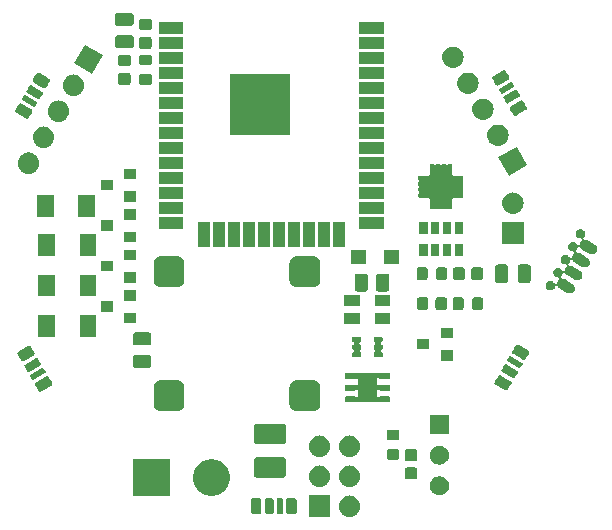
<source format=gbr>
G04 #@! TF.GenerationSoftware,KiCad,Pcbnew,5.0.2+dfsg1-1*
G04 #@! TF.CreationDate,2021-02-26T15:03:44+01:00*
G04 #@! TF.ProjectId,KiCAD_Board,4b694341-445f-4426-9f61-72642e6b6963,rev?*
G04 #@! TF.SameCoordinates,Original*
G04 #@! TF.FileFunction,Soldermask,Top*
G04 #@! TF.FilePolarity,Negative*
%FSLAX46Y46*%
G04 Gerber Fmt 4.6, Leading zero omitted, Abs format (unit mm)*
G04 Created by KiCad (PCBNEW 5.0.2+dfsg1-1) date Fri 26 Feb 2021 15:03:44 CET*
%MOMM*%
%LPD*%
G01*
G04 APERTURE LIST*
%ADD10C,0.100000*%
G04 APERTURE END LIST*
D10*
G36*
X155177442Y-127375518D02*
X155243627Y-127382037D01*
X155356853Y-127416384D01*
X155413467Y-127433557D01*
X155552087Y-127507652D01*
X155569991Y-127517222D01*
X155605729Y-127546552D01*
X155707186Y-127629814D01*
X155790448Y-127731271D01*
X155819778Y-127767009D01*
X155819779Y-127767011D01*
X155903443Y-127923533D01*
X155903443Y-127923534D01*
X155954963Y-128093373D01*
X155972359Y-128270000D01*
X155954963Y-128446627D01*
X155920616Y-128559853D01*
X155903443Y-128616467D01*
X155861198Y-128695500D01*
X155819778Y-128772991D01*
X155806079Y-128789683D01*
X155707186Y-128910186D01*
X155605729Y-128993448D01*
X155569991Y-129022778D01*
X155569989Y-129022779D01*
X155413467Y-129106443D01*
X155356853Y-129123616D01*
X155243627Y-129157963D01*
X155177442Y-129164482D01*
X155111260Y-129171000D01*
X155022740Y-129171000D01*
X154956558Y-129164482D01*
X154890373Y-129157963D01*
X154777147Y-129123616D01*
X154720533Y-129106443D01*
X154564011Y-129022779D01*
X154564009Y-129022778D01*
X154528271Y-128993448D01*
X154426814Y-128910186D01*
X154327921Y-128789683D01*
X154314222Y-128772991D01*
X154272802Y-128695500D01*
X154230557Y-128616467D01*
X154213384Y-128559853D01*
X154179037Y-128446627D01*
X154161641Y-128270000D01*
X154179037Y-128093373D01*
X154230557Y-127923534D01*
X154230557Y-127923533D01*
X154314221Y-127767011D01*
X154314222Y-127767009D01*
X154343552Y-127731271D01*
X154426814Y-127629814D01*
X154528271Y-127546552D01*
X154564009Y-127517222D01*
X154581913Y-127507652D01*
X154720533Y-127433557D01*
X154777147Y-127416384D01*
X154890373Y-127382037D01*
X154956558Y-127375518D01*
X155022740Y-127369000D01*
X155111260Y-127369000D01*
X155177442Y-127375518D01*
X155177442Y-127375518D01*
G37*
G36*
X153428000Y-129171000D02*
X151626000Y-129171000D01*
X151626000Y-127369000D01*
X153428000Y-127369000D01*
X153428000Y-129171000D01*
X153428000Y-129171000D01*
G37*
G36*
X150459683Y-127622725D02*
X150490144Y-127631966D01*
X150518223Y-127646975D01*
X150542831Y-127667169D01*
X150563025Y-127691777D01*
X150578034Y-127719856D01*
X150587275Y-127750317D01*
X150591000Y-127788140D01*
X150591000Y-128751860D01*
X150587275Y-128789683D01*
X150578034Y-128820144D01*
X150563025Y-128848223D01*
X150542831Y-128872831D01*
X150518223Y-128893025D01*
X150490144Y-128908034D01*
X150459683Y-128917275D01*
X150421860Y-128921000D01*
X149858140Y-128921000D01*
X149820317Y-128917275D01*
X149789856Y-128908034D01*
X149761777Y-128893025D01*
X149737169Y-128872831D01*
X149716975Y-128848223D01*
X149701966Y-128820144D01*
X149692725Y-128789683D01*
X149689000Y-128751860D01*
X149689000Y-127788140D01*
X149692725Y-127750317D01*
X149701966Y-127719856D01*
X149716975Y-127691777D01*
X149737169Y-127667169D01*
X149761777Y-127646975D01*
X149789856Y-127631966D01*
X149820317Y-127622725D01*
X149858140Y-127619000D01*
X150421860Y-127619000D01*
X150459683Y-127622725D01*
X150459683Y-127622725D01*
G37*
G36*
X149365170Y-127620803D02*
X149376879Y-127624355D01*
X149387662Y-127630119D01*
X149397120Y-127637880D01*
X149404881Y-127647338D01*
X149410645Y-127658121D01*
X149414197Y-127669830D01*
X149416000Y-127688138D01*
X149416000Y-128851862D01*
X149414197Y-128870170D01*
X149410645Y-128881879D01*
X149404881Y-128892662D01*
X149397120Y-128902120D01*
X149387662Y-128909881D01*
X149376879Y-128915645D01*
X149365170Y-128919197D01*
X149346862Y-128921000D01*
X148983138Y-128921000D01*
X148964830Y-128919197D01*
X148953121Y-128915645D01*
X148942338Y-128909881D01*
X148932880Y-128902120D01*
X148925119Y-128892662D01*
X148919355Y-128881879D01*
X148915803Y-128870170D01*
X148914000Y-128851862D01*
X148914000Y-127688138D01*
X148915803Y-127669830D01*
X148919355Y-127658121D01*
X148925119Y-127647338D01*
X148932880Y-127637880D01*
X148942338Y-127630119D01*
X148953121Y-127624355D01*
X148964830Y-127620803D01*
X148983138Y-127619000D01*
X149346862Y-127619000D01*
X149365170Y-127620803D01*
X149365170Y-127620803D01*
G37*
G36*
X148549928Y-127621764D02*
X148571011Y-127628160D01*
X148590442Y-127638546D01*
X148607475Y-127652525D01*
X148621454Y-127669558D01*
X148631840Y-127688989D01*
X148638236Y-127710072D01*
X148641000Y-127738140D01*
X148641000Y-128801860D01*
X148638236Y-128829928D01*
X148631840Y-128851011D01*
X148621454Y-128870442D01*
X148607475Y-128887475D01*
X148590442Y-128901454D01*
X148571011Y-128911840D01*
X148549928Y-128918236D01*
X148521860Y-128921000D01*
X148058140Y-128921000D01*
X148030072Y-128918236D01*
X148008989Y-128911840D01*
X147989558Y-128901454D01*
X147972525Y-128887475D01*
X147958546Y-128870442D01*
X147948160Y-128851011D01*
X147941764Y-128829928D01*
X147939000Y-128801860D01*
X147939000Y-127738140D01*
X147941764Y-127710072D01*
X147948160Y-127688989D01*
X147958546Y-127669558D01*
X147972525Y-127652525D01*
X147989558Y-127638546D01*
X148008989Y-127628160D01*
X148030072Y-127621764D01*
X148058140Y-127619000D01*
X148521860Y-127619000D01*
X148549928Y-127621764D01*
X148549928Y-127621764D01*
G37*
G36*
X147484683Y-127622725D02*
X147515144Y-127631966D01*
X147543223Y-127646975D01*
X147567831Y-127667169D01*
X147588025Y-127691777D01*
X147603034Y-127719856D01*
X147612275Y-127750317D01*
X147616000Y-127788140D01*
X147616000Y-128751860D01*
X147612275Y-128789683D01*
X147603034Y-128820144D01*
X147588025Y-128848223D01*
X147567831Y-128872831D01*
X147543223Y-128893025D01*
X147515144Y-128908034D01*
X147484683Y-128917275D01*
X147446860Y-128921000D01*
X146883140Y-128921000D01*
X146845317Y-128917275D01*
X146814856Y-128908034D01*
X146786777Y-128893025D01*
X146762169Y-128872831D01*
X146741975Y-128848223D01*
X146726966Y-128820144D01*
X146717725Y-128789683D01*
X146714000Y-128751860D01*
X146714000Y-127788140D01*
X146717725Y-127750317D01*
X146726966Y-127719856D01*
X146741975Y-127691777D01*
X146762169Y-127667169D01*
X146786777Y-127646975D01*
X146814856Y-127631966D01*
X146845317Y-127622725D01*
X146883140Y-127619000D01*
X147446860Y-127619000D01*
X147484683Y-127622725D01*
X147484683Y-127622725D01*
G37*
G36*
X139854000Y-127408000D02*
X136752000Y-127408000D01*
X136752000Y-124306000D01*
X139854000Y-124306000D01*
X139854000Y-127408000D01*
X139854000Y-127408000D01*
G37*
G36*
X143735527Y-124345736D02*
X143835410Y-124365604D01*
X144117674Y-124482521D01*
X144371705Y-124652259D01*
X144587741Y-124868295D01*
X144757479Y-125122326D01*
X144865674Y-125383533D01*
X144874396Y-125404591D01*
X144934000Y-125704238D01*
X144934000Y-126009762D01*
X144920731Y-126076467D01*
X144874396Y-126309410D01*
X144757479Y-126591674D01*
X144587741Y-126845705D01*
X144371705Y-127061741D01*
X144117674Y-127231479D01*
X143835410Y-127348396D01*
X143735527Y-127368264D01*
X143535762Y-127408000D01*
X143230238Y-127408000D01*
X143030473Y-127368264D01*
X142930590Y-127348396D01*
X142648326Y-127231479D01*
X142394295Y-127061741D01*
X142178259Y-126845705D01*
X142008521Y-126591674D01*
X141891604Y-126309410D01*
X141845269Y-126076467D01*
X141832000Y-126009762D01*
X141832000Y-125704238D01*
X141891604Y-125404591D01*
X141900326Y-125383533D01*
X142008521Y-125122326D01*
X142178259Y-124868295D01*
X142394295Y-124652259D01*
X142648326Y-124482521D01*
X142930590Y-124365604D01*
X143030473Y-124345736D01*
X143230238Y-124306000D01*
X143535762Y-124306000D01*
X143735527Y-124345736D01*
X143735527Y-124345736D01*
G37*
G36*
X162920643Y-125781781D02*
X163066415Y-125842162D01*
X163197611Y-125929824D01*
X163309176Y-126041389D01*
X163396838Y-126172585D01*
X163457219Y-126318357D01*
X163488000Y-126473107D01*
X163488000Y-126630893D01*
X163457219Y-126785643D01*
X163396838Y-126931415D01*
X163309176Y-127062611D01*
X163197611Y-127174176D01*
X163066415Y-127261838D01*
X162920643Y-127322219D01*
X162765893Y-127353000D01*
X162608107Y-127353000D01*
X162453357Y-127322219D01*
X162307585Y-127261838D01*
X162176389Y-127174176D01*
X162064824Y-127062611D01*
X161977162Y-126931415D01*
X161916781Y-126785643D01*
X161886000Y-126630893D01*
X161886000Y-126473107D01*
X161916781Y-126318357D01*
X161977162Y-126172585D01*
X162064824Y-126041389D01*
X162176389Y-125929824D01*
X162307585Y-125842162D01*
X162453357Y-125781781D01*
X162608107Y-125751000D01*
X162765893Y-125751000D01*
X162920643Y-125781781D01*
X162920643Y-125781781D01*
G37*
G36*
X155177443Y-124835519D02*
X155243627Y-124842037D01*
X155330188Y-124868295D01*
X155413467Y-124893557D01*
X155552087Y-124967652D01*
X155569991Y-124977222D01*
X155601242Y-125002869D01*
X155707186Y-125089814D01*
X155782955Y-125182140D01*
X155819778Y-125227009D01*
X155819779Y-125227011D01*
X155903443Y-125383533D01*
X155903443Y-125383534D01*
X155954963Y-125553373D01*
X155972359Y-125730000D01*
X155954963Y-125906627D01*
X155931132Y-125985187D01*
X155903443Y-126076467D01*
X155852066Y-126172585D01*
X155819778Y-126232991D01*
X155790448Y-126268729D01*
X155707186Y-126370186D01*
X155605729Y-126453448D01*
X155569991Y-126482778D01*
X155569989Y-126482779D01*
X155413467Y-126566443D01*
X155356853Y-126583616D01*
X155243627Y-126617963D01*
X155177442Y-126624482D01*
X155111260Y-126631000D01*
X155022740Y-126631000D01*
X154956558Y-126624482D01*
X154890373Y-126617963D01*
X154777147Y-126583616D01*
X154720533Y-126566443D01*
X154564011Y-126482779D01*
X154564009Y-126482778D01*
X154528271Y-126453448D01*
X154426814Y-126370186D01*
X154343552Y-126268729D01*
X154314222Y-126232991D01*
X154281934Y-126172585D01*
X154230557Y-126076467D01*
X154202868Y-125985187D01*
X154179037Y-125906627D01*
X154161641Y-125730000D01*
X154179037Y-125553373D01*
X154230557Y-125383534D01*
X154230557Y-125383533D01*
X154314221Y-125227011D01*
X154314222Y-125227009D01*
X154351045Y-125182140D01*
X154426814Y-125089814D01*
X154532758Y-125002869D01*
X154564009Y-124977222D01*
X154581913Y-124967652D01*
X154720533Y-124893557D01*
X154803812Y-124868295D01*
X154890373Y-124842037D01*
X154956557Y-124835519D01*
X155022740Y-124829000D01*
X155111260Y-124829000D01*
X155177443Y-124835519D01*
X155177443Y-124835519D01*
G37*
G36*
X152637443Y-124835519D02*
X152703627Y-124842037D01*
X152790188Y-124868295D01*
X152873467Y-124893557D01*
X153012087Y-124967652D01*
X153029991Y-124977222D01*
X153061242Y-125002869D01*
X153167186Y-125089814D01*
X153242955Y-125182140D01*
X153279778Y-125227009D01*
X153279779Y-125227011D01*
X153363443Y-125383533D01*
X153363443Y-125383534D01*
X153414963Y-125553373D01*
X153432359Y-125730000D01*
X153414963Y-125906627D01*
X153391132Y-125985187D01*
X153363443Y-126076467D01*
X153312066Y-126172585D01*
X153279778Y-126232991D01*
X153250448Y-126268729D01*
X153167186Y-126370186D01*
X153065729Y-126453448D01*
X153029991Y-126482778D01*
X153029989Y-126482779D01*
X152873467Y-126566443D01*
X152816853Y-126583616D01*
X152703627Y-126617963D01*
X152637442Y-126624482D01*
X152571260Y-126631000D01*
X152482740Y-126631000D01*
X152416558Y-126624482D01*
X152350373Y-126617963D01*
X152237147Y-126583616D01*
X152180533Y-126566443D01*
X152024011Y-126482779D01*
X152024009Y-126482778D01*
X151988271Y-126453448D01*
X151886814Y-126370186D01*
X151803552Y-126268729D01*
X151774222Y-126232991D01*
X151741934Y-126172585D01*
X151690557Y-126076467D01*
X151662868Y-125985187D01*
X151639037Y-125906627D01*
X151621641Y-125730000D01*
X151639037Y-125553373D01*
X151690557Y-125383534D01*
X151690557Y-125383533D01*
X151774221Y-125227011D01*
X151774222Y-125227009D01*
X151811045Y-125182140D01*
X151886814Y-125089814D01*
X151992758Y-125002869D01*
X152024009Y-124977222D01*
X152041913Y-124967652D01*
X152180533Y-124893557D01*
X152263812Y-124868295D01*
X152350373Y-124842037D01*
X152416557Y-124835519D01*
X152482740Y-124829000D01*
X152571260Y-124829000D01*
X152637443Y-124835519D01*
X152637443Y-124835519D01*
G37*
G36*
X160648560Y-124992205D02*
X160683711Y-125002869D01*
X160716109Y-125020186D01*
X160744508Y-125043492D01*
X160767814Y-125071891D01*
X160785131Y-125104289D01*
X160795795Y-125139440D01*
X160800000Y-125182140D01*
X160800000Y-125795860D01*
X160795795Y-125838560D01*
X160785131Y-125873711D01*
X160767814Y-125906109D01*
X160744508Y-125934508D01*
X160716109Y-125957814D01*
X160683711Y-125975131D01*
X160648560Y-125985795D01*
X160605860Y-125990000D01*
X159942140Y-125990000D01*
X159899440Y-125985795D01*
X159864289Y-125975131D01*
X159831891Y-125957814D01*
X159803492Y-125934508D01*
X159780186Y-125906109D01*
X159762869Y-125873711D01*
X159752205Y-125838560D01*
X159748000Y-125795860D01*
X159748000Y-125182140D01*
X159752205Y-125139440D01*
X159762869Y-125104289D01*
X159780186Y-125071891D01*
X159803492Y-125043492D01*
X159831891Y-125020186D01*
X159864289Y-125002869D01*
X159899440Y-124992205D01*
X159942140Y-124988000D01*
X160605860Y-124988000D01*
X160648560Y-124992205D01*
X160648560Y-124992205D01*
G37*
G36*
X149516996Y-124149051D02*
X149550653Y-124159261D01*
X149581667Y-124175838D01*
X149608852Y-124198148D01*
X149631162Y-124225333D01*
X149647739Y-124256347D01*
X149657949Y-124290004D01*
X149662000Y-124331138D01*
X149662000Y-125660862D01*
X149657949Y-125701996D01*
X149647739Y-125735653D01*
X149631162Y-125766667D01*
X149608852Y-125793852D01*
X149581667Y-125816162D01*
X149550653Y-125832739D01*
X149516996Y-125842949D01*
X149475862Y-125847000D01*
X147196138Y-125847000D01*
X147155004Y-125842949D01*
X147121347Y-125832739D01*
X147090333Y-125816162D01*
X147063148Y-125793852D01*
X147040838Y-125766667D01*
X147024261Y-125735653D01*
X147014051Y-125701996D01*
X147010000Y-125660862D01*
X147010000Y-124331138D01*
X147014051Y-124290004D01*
X147024261Y-124256347D01*
X147040838Y-124225333D01*
X147063148Y-124198148D01*
X147090333Y-124175838D01*
X147121347Y-124159261D01*
X147155004Y-124149051D01*
X147196138Y-124145000D01*
X149475862Y-124145000D01*
X149516996Y-124149051D01*
X149516996Y-124149051D01*
G37*
G36*
X162920643Y-123181781D02*
X163066415Y-123242162D01*
X163197611Y-123329824D01*
X163309176Y-123441389D01*
X163396838Y-123572585D01*
X163457219Y-123718357D01*
X163488000Y-123873107D01*
X163488000Y-124030893D01*
X163457219Y-124185643D01*
X163396838Y-124331415D01*
X163309176Y-124462611D01*
X163197611Y-124574176D01*
X163066415Y-124661838D01*
X162920643Y-124722219D01*
X162765893Y-124753000D01*
X162608107Y-124753000D01*
X162453357Y-124722219D01*
X162307585Y-124661838D01*
X162176389Y-124574176D01*
X162064824Y-124462611D01*
X161977162Y-124331415D01*
X161916781Y-124185643D01*
X161886000Y-124030893D01*
X161886000Y-123873107D01*
X161916781Y-123718357D01*
X161977162Y-123572585D01*
X162064824Y-123441389D01*
X162176389Y-123329824D01*
X162307585Y-123242162D01*
X162453357Y-123181781D01*
X162608107Y-123151000D01*
X162765893Y-123151000D01*
X162920643Y-123181781D01*
X162920643Y-123181781D01*
G37*
G36*
X160648560Y-123442205D02*
X160683711Y-123452869D01*
X160716109Y-123470186D01*
X160744508Y-123493492D01*
X160767814Y-123521891D01*
X160785131Y-123554289D01*
X160795795Y-123589440D01*
X160800000Y-123632140D01*
X160800000Y-124245860D01*
X160795795Y-124288560D01*
X160785131Y-124323711D01*
X160767814Y-124356109D01*
X160744508Y-124384508D01*
X160716109Y-124407814D01*
X160683711Y-124425131D01*
X160648560Y-124435795D01*
X160605860Y-124440000D01*
X159942140Y-124440000D01*
X159899440Y-124435795D01*
X159864289Y-124425131D01*
X159831891Y-124407814D01*
X159803492Y-124384508D01*
X159780186Y-124356109D01*
X159762869Y-124323711D01*
X159752205Y-124288560D01*
X159748000Y-124245860D01*
X159748000Y-123632140D01*
X159752205Y-123589440D01*
X159762869Y-123554289D01*
X159780186Y-123521891D01*
X159803492Y-123493492D01*
X159831891Y-123470186D01*
X159864289Y-123452869D01*
X159899440Y-123442205D01*
X159942140Y-123438000D01*
X160605860Y-123438000D01*
X160648560Y-123442205D01*
X160648560Y-123442205D01*
G37*
G36*
X159144683Y-123440725D02*
X159175144Y-123449966D01*
X159203223Y-123464975D01*
X159227831Y-123485169D01*
X159248025Y-123509777D01*
X159263034Y-123537856D01*
X159272275Y-123568317D01*
X159276000Y-123606140D01*
X159276000Y-124169860D01*
X159272275Y-124207683D01*
X159263034Y-124238144D01*
X159248025Y-124266223D01*
X159227831Y-124290831D01*
X159203223Y-124311025D01*
X159175144Y-124326034D01*
X159144683Y-124335275D01*
X159106860Y-124339000D01*
X158393140Y-124339000D01*
X158355317Y-124335275D01*
X158324856Y-124326034D01*
X158296777Y-124311025D01*
X158272169Y-124290831D01*
X158251975Y-124266223D01*
X158236966Y-124238144D01*
X158227725Y-124207683D01*
X158224000Y-124169860D01*
X158224000Y-123606140D01*
X158227725Y-123568317D01*
X158236966Y-123537856D01*
X158251975Y-123509777D01*
X158272169Y-123485169D01*
X158296777Y-123464975D01*
X158324856Y-123449966D01*
X158355317Y-123440725D01*
X158393140Y-123437000D01*
X159106860Y-123437000D01*
X159144683Y-123440725D01*
X159144683Y-123440725D01*
G37*
G36*
X152637443Y-122295519D02*
X152703627Y-122302037D01*
X152816853Y-122336384D01*
X152873467Y-122353557D01*
X153012087Y-122427652D01*
X153029991Y-122437222D01*
X153062011Y-122463500D01*
X153167186Y-122549814D01*
X153250223Y-122650996D01*
X153279778Y-122687009D01*
X153279779Y-122687011D01*
X153363443Y-122843533D01*
X153363443Y-122843534D01*
X153414963Y-123013373D01*
X153432359Y-123190000D01*
X153414963Y-123366627D01*
X153383549Y-123470186D01*
X153363443Y-123536467D01*
X153326201Y-123606140D01*
X153279778Y-123692991D01*
X153250448Y-123728729D01*
X153167186Y-123830186D01*
X153065729Y-123913448D01*
X153029991Y-123942778D01*
X153029989Y-123942779D01*
X152873467Y-124026443D01*
X152816853Y-124043616D01*
X152703627Y-124077963D01*
X152637442Y-124084482D01*
X152571260Y-124091000D01*
X152482740Y-124091000D01*
X152416558Y-124084482D01*
X152350373Y-124077963D01*
X152237147Y-124043616D01*
X152180533Y-124026443D01*
X152024011Y-123942779D01*
X152024009Y-123942778D01*
X151988271Y-123913448D01*
X151886814Y-123830186D01*
X151803552Y-123728729D01*
X151774222Y-123692991D01*
X151727799Y-123606140D01*
X151690557Y-123536467D01*
X151670451Y-123470186D01*
X151639037Y-123366627D01*
X151621641Y-123190000D01*
X151639037Y-123013373D01*
X151690557Y-122843534D01*
X151690557Y-122843533D01*
X151774221Y-122687011D01*
X151774222Y-122687009D01*
X151803777Y-122650996D01*
X151886814Y-122549814D01*
X151991989Y-122463500D01*
X152024009Y-122437222D01*
X152041913Y-122427652D01*
X152180533Y-122353557D01*
X152237147Y-122336384D01*
X152350373Y-122302037D01*
X152416557Y-122295519D01*
X152482740Y-122289000D01*
X152571260Y-122289000D01*
X152637443Y-122295519D01*
X152637443Y-122295519D01*
G37*
G36*
X155177443Y-122295519D02*
X155243627Y-122302037D01*
X155356853Y-122336384D01*
X155413467Y-122353557D01*
X155552087Y-122427652D01*
X155569991Y-122437222D01*
X155602011Y-122463500D01*
X155707186Y-122549814D01*
X155790223Y-122650996D01*
X155819778Y-122687009D01*
X155819779Y-122687011D01*
X155903443Y-122843533D01*
X155903443Y-122843534D01*
X155954963Y-123013373D01*
X155972359Y-123190000D01*
X155954963Y-123366627D01*
X155923549Y-123470186D01*
X155903443Y-123536467D01*
X155866201Y-123606140D01*
X155819778Y-123692991D01*
X155790448Y-123728729D01*
X155707186Y-123830186D01*
X155605729Y-123913448D01*
X155569991Y-123942778D01*
X155569989Y-123942779D01*
X155413467Y-124026443D01*
X155356853Y-124043616D01*
X155243627Y-124077963D01*
X155177442Y-124084482D01*
X155111260Y-124091000D01*
X155022740Y-124091000D01*
X154956558Y-124084482D01*
X154890373Y-124077963D01*
X154777147Y-124043616D01*
X154720533Y-124026443D01*
X154564011Y-123942779D01*
X154564009Y-123942778D01*
X154528271Y-123913448D01*
X154426814Y-123830186D01*
X154343552Y-123728729D01*
X154314222Y-123692991D01*
X154267799Y-123606140D01*
X154230557Y-123536467D01*
X154210451Y-123470186D01*
X154179037Y-123366627D01*
X154161641Y-123190000D01*
X154179037Y-123013373D01*
X154230557Y-122843534D01*
X154230557Y-122843533D01*
X154314221Y-122687011D01*
X154314222Y-122687009D01*
X154343777Y-122650996D01*
X154426814Y-122549814D01*
X154531989Y-122463500D01*
X154564009Y-122437222D01*
X154581913Y-122427652D01*
X154720533Y-122353557D01*
X154777147Y-122336384D01*
X154890373Y-122302037D01*
X154956557Y-122295519D01*
X155022740Y-122289000D01*
X155111260Y-122289000D01*
X155177443Y-122295519D01*
X155177443Y-122295519D01*
G37*
G36*
X149516996Y-121299051D02*
X149550653Y-121309261D01*
X149581667Y-121325838D01*
X149608852Y-121348148D01*
X149631162Y-121375333D01*
X149647739Y-121406347D01*
X149657949Y-121440004D01*
X149662000Y-121481138D01*
X149662000Y-122810862D01*
X149657949Y-122851996D01*
X149647739Y-122885653D01*
X149631162Y-122916667D01*
X149608852Y-122943852D01*
X149581667Y-122966162D01*
X149550653Y-122982739D01*
X149516996Y-122992949D01*
X149475862Y-122997000D01*
X147196138Y-122997000D01*
X147155004Y-122992949D01*
X147121347Y-122982739D01*
X147090333Y-122966162D01*
X147063148Y-122943852D01*
X147040838Y-122916667D01*
X147024261Y-122885653D01*
X147014051Y-122851996D01*
X147010000Y-122810862D01*
X147010000Y-121481138D01*
X147014051Y-121440004D01*
X147024261Y-121406347D01*
X147040838Y-121375333D01*
X147063148Y-121348148D01*
X147090333Y-121325838D01*
X147121347Y-121309261D01*
X147155004Y-121299051D01*
X147196138Y-121295000D01*
X149475862Y-121295000D01*
X149516996Y-121299051D01*
X149516996Y-121299051D01*
G37*
G36*
X159144683Y-121790725D02*
X159175144Y-121799966D01*
X159203223Y-121814975D01*
X159227831Y-121835169D01*
X159248025Y-121859777D01*
X159263034Y-121887856D01*
X159272275Y-121918317D01*
X159276000Y-121956140D01*
X159276000Y-122519860D01*
X159272275Y-122557683D01*
X159263034Y-122588144D01*
X159248025Y-122616223D01*
X159227831Y-122640831D01*
X159203223Y-122661025D01*
X159175144Y-122676034D01*
X159144683Y-122685275D01*
X159106860Y-122689000D01*
X158393140Y-122689000D01*
X158355317Y-122685275D01*
X158324856Y-122676034D01*
X158296777Y-122661025D01*
X158272169Y-122640831D01*
X158251975Y-122616223D01*
X158236966Y-122588144D01*
X158227725Y-122557683D01*
X158224000Y-122519860D01*
X158224000Y-121956140D01*
X158227725Y-121918317D01*
X158236966Y-121887856D01*
X158251975Y-121859777D01*
X158272169Y-121835169D01*
X158296777Y-121814975D01*
X158324856Y-121799966D01*
X158355317Y-121790725D01*
X158393140Y-121787000D01*
X159106860Y-121787000D01*
X159144683Y-121790725D01*
X159144683Y-121790725D01*
G37*
G36*
X163488000Y-122153000D02*
X161886000Y-122153000D01*
X161886000Y-120551000D01*
X163488000Y-120551000D01*
X163488000Y-122153000D01*
X163488000Y-122153000D01*
G37*
G36*
X152119591Y-117625891D02*
X152229791Y-117659320D01*
X152331337Y-117713597D01*
X152420351Y-117786649D01*
X152493403Y-117875663D01*
X152547680Y-117977209D01*
X152581109Y-118087409D01*
X152593000Y-118208140D01*
X152593000Y-119621860D01*
X152581109Y-119742591D01*
X152547680Y-119852791D01*
X152493403Y-119954337D01*
X152420351Y-120043351D01*
X152331337Y-120116403D01*
X152229791Y-120170680D01*
X152119591Y-120204109D01*
X151998860Y-120216000D01*
X150585140Y-120216000D01*
X150464409Y-120204109D01*
X150354209Y-120170680D01*
X150252663Y-120116403D01*
X150163649Y-120043351D01*
X150090597Y-119954337D01*
X150036320Y-119852791D01*
X150002891Y-119742591D01*
X149991000Y-119621860D01*
X149991000Y-118208140D01*
X150002891Y-118087409D01*
X150036320Y-117977209D01*
X150090597Y-117875663D01*
X150163649Y-117786649D01*
X150252663Y-117713597D01*
X150354209Y-117659320D01*
X150464409Y-117625891D01*
X150585140Y-117614000D01*
X151998860Y-117614000D01*
X152119591Y-117625891D01*
X152119591Y-117625891D01*
G37*
G36*
X140619591Y-117625891D02*
X140729791Y-117659320D01*
X140831337Y-117713597D01*
X140920351Y-117786649D01*
X140993403Y-117875663D01*
X141047680Y-117977209D01*
X141081109Y-118087409D01*
X141093000Y-118208140D01*
X141093000Y-119621860D01*
X141081109Y-119742591D01*
X141047680Y-119852791D01*
X140993403Y-119954337D01*
X140920351Y-120043351D01*
X140831337Y-120116403D01*
X140729791Y-120170680D01*
X140619591Y-120204109D01*
X140498860Y-120216000D01*
X139085140Y-120216000D01*
X138964409Y-120204109D01*
X138854209Y-120170680D01*
X138752663Y-120116403D01*
X138663649Y-120043351D01*
X138590597Y-119954337D01*
X138536320Y-119852791D01*
X138502891Y-119742591D01*
X138491000Y-119621860D01*
X138491000Y-118208140D01*
X138502891Y-118087409D01*
X138536320Y-117977209D01*
X138590597Y-117875663D01*
X138663649Y-117786649D01*
X138752663Y-117713597D01*
X138854209Y-117659320D01*
X138964409Y-117625891D01*
X139085140Y-117614000D01*
X140498860Y-117614000D01*
X140619591Y-117625891D01*
X140619591Y-117625891D01*
G37*
G36*
X155541170Y-116987803D02*
X155552879Y-116991355D01*
X155563662Y-116997119D01*
X155578900Y-117009624D01*
X155585694Y-117016419D01*
X155606068Y-117030034D01*
X155628706Y-117039413D01*
X155652740Y-117044195D01*
X155677244Y-117044197D01*
X155701278Y-117039418D01*
X155723917Y-117030042D01*
X155744293Y-117016430D01*
X155761621Y-116999104D01*
X155770378Y-116986000D01*
X157411332Y-116986000D01*
X157413066Y-116989244D01*
X157428612Y-117008186D01*
X157447554Y-117023732D01*
X157469165Y-117035283D01*
X157492614Y-117042396D01*
X157517000Y-117044798D01*
X157541386Y-117042396D01*
X157564835Y-117035283D01*
X157586446Y-117023732D01*
X157605388Y-117008186D01*
X157606944Y-117006470D01*
X157618338Y-116997119D01*
X157629121Y-116991355D01*
X157640830Y-116987803D01*
X157659138Y-116986000D01*
X158422862Y-116986000D01*
X158441170Y-116987803D01*
X158452879Y-116991355D01*
X158463662Y-116997119D01*
X158473120Y-117004880D01*
X158480881Y-117014338D01*
X158486645Y-117025121D01*
X158490197Y-117036830D01*
X158492000Y-117055138D01*
X158492000Y-117418862D01*
X158490197Y-117437170D01*
X158486645Y-117448879D01*
X158480881Y-117459662D01*
X158473120Y-117469120D01*
X158463662Y-117476881D01*
X158452879Y-117482645D01*
X158441170Y-117486197D01*
X158422862Y-117488000D01*
X157659138Y-117488000D01*
X157640830Y-117486197D01*
X157629121Y-117482645D01*
X157618338Y-117476881D01*
X157603100Y-117464376D01*
X157596306Y-117457581D01*
X157575932Y-117443966D01*
X157553294Y-117434587D01*
X157529260Y-117429805D01*
X157504756Y-117429803D01*
X157480722Y-117434582D01*
X157458083Y-117443958D01*
X157437707Y-117457570D01*
X157420379Y-117474896D01*
X157406764Y-117495270D01*
X157397385Y-117517908D01*
X157392603Y-117541942D01*
X157392000Y-117554202D01*
X157392000Y-117919798D01*
X157394402Y-117944184D01*
X157401515Y-117967633D01*
X157413066Y-117989244D01*
X157428612Y-118008186D01*
X157447554Y-118023732D01*
X157469165Y-118035283D01*
X157492614Y-118042396D01*
X157517000Y-118044798D01*
X157541386Y-118042396D01*
X157564835Y-118035283D01*
X157586446Y-118023732D01*
X157605388Y-118008186D01*
X157606944Y-118006470D01*
X157618338Y-117997119D01*
X157629121Y-117991355D01*
X157640830Y-117987803D01*
X157659138Y-117986000D01*
X158422862Y-117986000D01*
X158441170Y-117987803D01*
X158452879Y-117991355D01*
X158463662Y-117997119D01*
X158473120Y-118004880D01*
X158480881Y-118014338D01*
X158486645Y-118025121D01*
X158490197Y-118036830D01*
X158492000Y-118055138D01*
X158492000Y-118418862D01*
X158490197Y-118437170D01*
X158486645Y-118448879D01*
X158480881Y-118459662D01*
X158473120Y-118469120D01*
X158463662Y-118476881D01*
X158452879Y-118482645D01*
X158441170Y-118486197D01*
X158422862Y-118488000D01*
X157659138Y-118488000D01*
X157640830Y-118486197D01*
X157629121Y-118482645D01*
X157618338Y-118476881D01*
X157603100Y-118464376D01*
X157596306Y-118457581D01*
X157575932Y-118443966D01*
X157553294Y-118434587D01*
X157529260Y-118429805D01*
X157504756Y-118429803D01*
X157480722Y-118434582D01*
X157458083Y-118443958D01*
X157437707Y-118457570D01*
X157420379Y-118474896D01*
X157406764Y-118495270D01*
X157397385Y-118517908D01*
X157392603Y-118541942D01*
X157392000Y-118554202D01*
X157392000Y-118919798D01*
X157394402Y-118944184D01*
X157401515Y-118967633D01*
X157413066Y-118989244D01*
X157428612Y-119008186D01*
X157447554Y-119023732D01*
X157469165Y-119035283D01*
X157492614Y-119042396D01*
X157517000Y-119044798D01*
X157541386Y-119042396D01*
X157564835Y-119035283D01*
X157586446Y-119023732D01*
X157605388Y-119008186D01*
X157606944Y-119006470D01*
X157618338Y-118997119D01*
X157629121Y-118991355D01*
X157640830Y-118987803D01*
X157659138Y-118986000D01*
X158422862Y-118986000D01*
X158441170Y-118987803D01*
X158452879Y-118991355D01*
X158463662Y-118997119D01*
X158473120Y-119004880D01*
X158480881Y-119014338D01*
X158486645Y-119025121D01*
X158490197Y-119036830D01*
X158492000Y-119055138D01*
X158492000Y-119418862D01*
X158490197Y-119437170D01*
X158486645Y-119448879D01*
X158480881Y-119459662D01*
X158473120Y-119469120D01*
X158463662Y-119476881D01*
X158452879Y-119482645D01*
X158441170Y-119486197D01*
X158422862Y-119488000D01*
X157659138Y-119488000D01*
X157640830Y-119486197D01*
X157629121Y-119482645D01*
X157618338Y-119476881D01*
X157603100Y-119464376D01*
X157596306Y-119457581D01*
X157575932Y-119443966D01*
X157553294Y-119434587D01*
X157529260Y-119429805D01*
X157504756Y-119429803D01*
X157480722Y-119434582D01*
X157458083Y-119443958D01*
X157437707Y-119457570D01*
X157420379Y-119474896D01*
X157411622Y-119488000D01*
X155770668Y-119488000D01*
X155768934Y-119484756D01*
X155753388Y-119465814D01*
X155734446Y-119450268D01*
X155712835Y-119438717D01*
X155689386Y-119431604D01*
X155665000Y-119429202D01*
X155640614Y-119431604D01*
X155617165Y-119438717D01*
X155595554Y-119450268D01*
X155576612Y-119465814D01*
X155575056Y-119467530D01*
X155563662Y-119476881D01*
X155552879Y-119482645D01*
X155541170Y-119486197D01*
X155522862Y-119488000D01*
X154759138Y-119488000D01*
X154740830Y-119486197D01*
X154729121Y-119482645D01*
X154718338Y-119476881D01*
X154708880Y-119469120D01*
X154701119Y-119459662D01*
X154695355Y-119448879D01*
X154691803Y-119437170D01*
X154690000Y-119418862D01*
X154690000Y-119055138D01*
X154691803Y-119036830D01*
X154695355Y-119025121D01*
X154701119Y-119014338D01*
X154708880Y-119004880D01*
X154718338Y-118997119D01*
X154729121Y-118991355D01*
X154740830Y-118987803D01*
X154759138Y-118986000D01*
X155522862Y-118986000D01*
X155541170Y-118987803D01*
X155552879Y-118991355D01*
X155563662Y-118997119D01*
X155578900Y-119009624D01*
X155585694Y-119016419D01*
X155606068Y-119030034D01*
X155628706Y-119039413D01*
X155652740Y-119044195D01*
X155677244Y-119044197D01*
X155701278Y-119039418D01*
X155723917Y-119030042D01*
X155744293Y-119016430D01*
X155761621Y-118999104D01*
X155775236Y-118978730D01*
X155784615Y-118956092D01*
X155789397Y-118932058D01*
X155790000Y-118919798D01*
X155790000Y-118554202D01*
X155787598Y-118529816D01*
X155780485Y-118506367D01*
X155768934Y-118484756D01*
X155753388Y-118465814D01*
X155734446Y-118450268D01*
X155712835Y-118438717D01*
X155689386Y-118431604D01*
X155665000Y-118429202D01*
X155640614Y-118431604D01*
X155617165Y-118438717D01*
X155595554Y-118450268D01*
X155576612Y-118465814D01*
X155575056Y-118467530D01*
X155563662Y-118476881D01*
X155552879Y-118482645D01*
X155541170Y-118486197D01*
X155522862Y-118488000D01*
X154759138Y-118488000D01*
X154740830Y-118486197D01*
X154729121Y-118482645D01*
X154718338Y-118476881D01*
X154708880Y-118469120D01*
X154701119Y-118459662D01*
X154695355Y-118448879D01*
X154691803Y-118437170D01*
X154690000Y-118418862D01*
X154690000Y-118055138D01*
X154691803Y-118036830D01*
X154695355Y-118025121D01*
X154701119Y-118014338D01*
X154708880Y-118004880D01*
X154718338Y-117997119D01*
X154729121Y-117991355D01*
X154740830Y-117987803D01*
X154759138Y-117986000D01*
X155522862Y-117986000D01*
X155541170Y-117987803D01*
X155552879Y-117991355D01*
X155563662Y-117997119D01*
X155578900Y-118009624D01*
X155585694Y-118016419D01*
X155606068Y-118030034D01*
X155628706Y-118039413D01*
X155652740Y-118044195D01*
X155677244Y-118044197D01*
X155701278Y-118039418D01*
X155723917Y-118030042D01*
X155744293Y-118016430D01*
X155761621Y-117999104D01*
X155775236Y-117978730D01*
X155784615Y-117956092D01*
X155789397Y-117932058D01*
X155790000Y-117919798D01*
X155790000Y-117554202D01*
X155787598Y-117529816D01*
X155780485Y-117506367D01*
X155768934Y-117484756D01*
X155753388Y-117465814D01*
X155734446Y-117450268D01*
X155712835Y-117438717D01*
X155689386Y-117431604D01*
X155665000Y-117429202D01*
X155640614Y-117431604D01*
X155617165Y-117438717D01*
X155595554Y-117450268D01*
X155576612Y-117465814D01*
X155575056Y-117467530D01*
X155563662Y-117476881D01*
X155552879Y-117482645D01*
X155541170Y-117486197D01*
X155522862Y-117488000D01*
X154759138Y-117488000D01*
X154740830Y-117486197D01*
X154729121Y-117482645D01*
X154718338Y-117476881D01*
X154708880Y-117469120D01*
X154701119Y-117459662D01*
X154695355Y-117448879D01*
X154691803Y-117437170D01*
X154690000Y-117418862D01*
X154690000Y-117055138D01*
X154691803Y-117036830D01*
X154695355Y-117025121D01*
X154701119Y-117014338D01*
X154708880Y-117004880D01*
X154718338Y-116997119D01*
X154729121Y-116991355D01*
X154740830Y-116987803D01*
X154759138Y-116986000D01*
X155522862Y-116986000D01*
X155541170Y-116987803D01*
X155541170Y-116987803D01*
G37*
G36*
X129492650Y-117278062D02*
X129522445Y-117289277D01*
X129549482Y-117306089D01*
X129572713Y-117327847D01*
X129594856Y-117358748D01*
X129623027Y-117407542D01*
X129623033Y-117407550D01*
X129848533Y-117798128D01*
X129848536Y-117798135D01*
X129876712Y-117846937D01*
X129892396Y-117881551D01*
X129899626Y-117912558D01*
X129900667Y-117944374D01*
X129895482Y-117975784D01*
X129884267Y-118005579D01*
X129867455Y-118032616D01*
X129845697Y-118055847D01*
X129814796Y-118077990D01*
X129766002Y-118106161D01*
X129765994Y-118106167D01*
X129029006Y-118531667D01*
X129028999Y-118531670D01*
X128980197Y-118559846D01*
X128945583Y-118575530D01*
X128914576Y-118582760D01*
X128882760Y-118583801D01*
X128851350Y-118578616D01*
X128821555Y-118567401D01*
X128794518Y-118550589D01*
X128771287Y-118528831D01*
X128749144Y-118497930D01*
X128720973Y-118449136D01*
X128720967Y-118449128D01*
X128495467Y-118058550D01*
X128495464Y-118058543D01*
X128467288Y-118009741D01*
X128451604Y-117975127D01*
X128444374Y-117944120D01*
X128443333Y-117912304D01*
X128448518Y-117880894D01*
X128459733Y-117851099D01*
X128476545Y-117824062D01*
X128498303Y-117800831D01*
X128529204Y-117778688D01*
X128577998Y-117750517D01*
X128578006Y-117750511D01*
X129314994Y-117325011D01*
X129315001Y-117325008D01*
X129363803Y-117296832D01*
X129398417Y-117281148D01*
X129429424Y-117273918D01*
X129461240Y-117272877D01*
X129492650Y-117278062D01*
X129492650Y-117278062D01*
G37*
G36*
X167813076Y-117165665D02*
X167844083Y-117172895D01*
X167878697Y-117188579D01*
X167927499Y-117216755D01*
X167927506Y-117216758D01*
X168664494Y-117642258D01*
X168664502Y-117642264D01*
X168713296Y-117670435D01*
X168744197Y-117692578D01*
X168765955Y-117715809D01*
X168782767Y-117742846D01*
X168793982Y-117772641D01*
X168799167Y-117804051D01*
X168798126Y-117835867D01*
X168790896Y-117866874D01*
X168775212Y-117901488D01*
X168747036Y-117950290D01*
X168747033Y-117950297D01*
X168521533Y-118340875D01*
X168521527Y-118340883D01*
X168493356Y-118389677D01*
X168471213Y-118420578D01*
X168447982Y-118442336D01*
X168420945Y-118459148D01*
X168391150Y-118470363D01*
X168359740Y-118475548D01*
X168327924Y-118474507D01*
X168296917Y-118467277D01*
X168262303Y-118451593D01*
X168213501Y-118423417D01*
X168213494Y-118423414D01*
X167476506Y-117997914D01*
X167476498Y-117997908D01*
X167427704Y-117969737D01*
X167396803Y-117947594D01*
X167375045Y-117924363D01*
X167358233Y-117897326D01*
X167347018Y-117867531D01*
X167341833Y-117836121D01*
X167342874Y-117804305D01*
X167350104Y-117773298D01*
X167365788Y-117738684D01*
X167393964Y-117689882D01*
X167393967Y-117689875D01*
X167619467Y-117299297D01*
X167619473Y-117299289D01*
X167647644Y-117250495D01*
X167669787Y-117219594D01*
X167693018Y-117197836D01*
X167720055Y-117181024D01*
X167749850Y-117169809D01*
X167781260Y-117164624D01*
X167813076Y-117165665D01*
X167813076Y-117165665D01*
G37*
G36*
X129115874Y-116566884D02*
X129127319Y-116571191D01*
X129137707Y-116577651D01*
X129146634Y-116586012D01*
X129157356Y-116600974D01*
X129339210Y-116915956D01*
X129346806Y-116932721D01*
X129349585Y-116944636D01*
X129349984Y-116956855D01*
X129347991Y-116968929D01*
X129343684Y-116980374D01*
X129337224Y-116990762D01*
X129328863Y-116999689D01*
X129313901Y-117010411D01*
X128306099Y-117592265D01*
X128289334Y-117599861D01*
X128277419Y-117602640D01*
X128265200Y-117603039D01*
X128253126Y-117601046D01*
X128241681Y-117596739D01*
X128231293Y-117590279D01*
X128222366Y-117581918D01*
X128211644Y-117566956D01*
X128029790Y-117251974D01*
X128022194Y-117235209D01*
X128019415Y-117223294D01*
X128019016Y-117211075D01*
X128021009Y-117199001D01*
X128025316Y-117187556D01*
X128031776Y-117177168D01*
X128040137Y-117168241D01*
X128055099Y-117157519D01*
X129062901Y-116575665D01*
X129079666Y-116568069D01*
X129091581Y-116565290D01*
X129103800Y-116564891D01*
X129115874Y-116566884D01*
X129115874Y-116566884D01*
G37*
G36*
X168300750Y-116259260D02*
X168322205Y-116264263D01*
X168347897Y-116275904D01*
X169269100Y-116807760D01*
X169292030Y-116824192D01*
X169307092Y-116840274D01*
X169318725Y-116858980D01*
X169326488Y-116879606D01*
X169330076Y-116901342D01*
X169329356Y-116923366D01*
X169324353Y-116944821D01*
X169312712Y-116970512D01*
X169080856Y-117372100D01*
X169064424Y-117395030D01*
X169048342Y-117410092D01*
X169029636Y-117421725D01*
X169009010Y-117429488D01*
X168987274Y-117433076D01*
X168965250Y-117432356D01*
X168943795Y-117427353D01*
X168918103Y-117415712D01*
X167996900Y-116883856D01*
X167973970Y-116867424D01*
X167958908Y-116851342D01*
X167947275Y-116832636D01*
X167939512Y-116812010D01*
X167935924Y-116790274D01*
X167936644Y-116768250D01*
X167941647Y-116746795D01*
X167953288Y-116721104D01*
X168185144Y-116319516D01*
X168201576Y-116296586D01*
X168217658Y-116281524D01*
X168236364Y-116269891D01*
X168256990Y-116262128D01*
X168278726Y-116258540D01*
X168300750Y-116259260D01*
X168300750Y-116259260D01*
G37*
G36*
X128623010Y-115742512D02*
X128643636Y-115750275D01*
X128662342Y-115761908D01*
X128678424Y-115776970D01*
X128694856Y-115799900D01*
X128926712Y-116201488D01*
X128938353Y-116227179D01*
X128943356Y-116248634D01*
X128944076Y-116270658D01*
X128940488Y-116292394D01*
X128932725Y-116313020D01*
X128921092Y-116331726D01*
X128906030Y-116347808D01*
X128883100Y-116364240D01*
X127961897Y-116896096D01*
X127936205Y-116907737D01*
X127914750Y-116912740D01*
X127892726Y-116913460D01*
X127870990Y-116909872D01*
X127850364Y-116902109D01*
X127831658Y-116890476D01*
X127815576Y-116875414D01*
X127799144Y-116852484D01*
X127567288Y-116450896D01*
X127555647Y-116425205D01*
X127550644Y-116403750D01*
X127549924Y-116381726D01*
X127553512Y-116359990D01*
X127561275Y-116339364D01*
X127572908Y-116320658D01*
X127587970Y-116304576D01*
X127610900Y-116288144D01*
X128532103Y-115756288D01*
X128557795Y-115744647D01*
X128579250Y-115739644D01*
X128601274Y-115738924D01*
X128623010Y-115742512D01*
X128623010Y-115742512D01*
G37*
G36*
X168663419Y-115569360D02*
X168675334Y-115572139D01*
X168692099Y-115579735D01*
X169699901Y-116161589D01*
X169714863Y-116172311D01*
X169723224Y-116181238D01*
X169729684Y-116191626D01*
X169733991Y-116203071D01*
X169735984Y-116215145D01*
X169735585Y-116227364D01*
X169732806Y-116239279D01*
X169725210Y-116256044D01*
X169543356Y-116571026D01*
X169532634Y-116585988D01*
X169523707Y-116594349D01*
X169513319Y-116600809D01*
X169501874Y-116605116D01*
X169489800Y-116607109D01*
X169477581Y-116606710D01*
X169465666Y-116603931D01*
X169448901Y-116596335D01*
X168441099Y-116014481D01*
X168426137Y-116003759D01*
X168417776Y-115994832D01*
X168411316Y-115984444D01*
X168407009Y-115972999D01*
X168405016Y-115960925D01*
X168405415Y-115948706D01*
X168408194Y-115936791D01*
X168415790Y-115920026D01*
X168597644Y-115605044D01*
X168608366Y-115590082D01*
X168617293Y-115581721D01*
X168627681Y-115575261D01*
X168639126Y-115570954D01*
X168651200Y-115568961D01*
X168663419Y-115569360D01*
X168663419Y-115569360D01*
G37*
G36*
X138120033Y-115465686D02*
X138159881Y-115477774D01*
X138196601Y-115497401D01*
X138228786Y-115523814D01*
X138255199Y-115555999D01*
X138274826Y-115592719D01*
X138286914Y-115632567D01*
X138291600Y-115680141D01*
X138291600Y-116343859D01*
X138286914Y-116391433D01*
X138274826Y-116431281D01*
X138255199Y-116468001D01*
X138228786Y-116500186D01*
X138196601Y-116526599D01*
X138159881Y-116546226D01*
X138120033Y-116558314D01*
X138072459Y-116563000D01*
X136958741Y-116563000D01*
X136911167Y-116558314D01*
X136871319Y-116546226D01*
X136834599Y-116526599D01*
X136802414Y-116500186D01*
X136776001Y-116468001D01*
X136756374Y-116431281D01*
X136744286Y-116391433D01*
X136739600Y-116343859D01*
X136739600Y-115680141D01*
X136744286Y-115632567D01*
X136756374Y-115592719D01*
X136776001Y-115555999D01*
X136802414Y-115523814D01*
X136834599Y-115497401D01*
X136871319Y-115477774D01*
X136911167Y-115465686D01*
X136958741Y-115461000D01*
X138072459Y-115461000D01*
X138120033Y-115465686D01*
X138120033Y-115465686D01*
G37*
G36*
X128005150Y-114701637D02*
X128034945Y-114712852D01*
X128061982Y-114729664D01*
X128085213Y-114751422D01*
X128107356Y-114782323D01*
X128135527Y-114831117D01*
X128135533Y-114831125D01*
X128361033Y-115221703D01*
X128361036Y-115221710D01*
X128389212Y-115270512D01*
X128404896Y-115305126D01*
X128412126Y-115336133D01*
X128413167Y-115367949D01*
X128407982Y-115399359D01*
X128396767Y-115429154D01*
X128379955Y-115456191D01*
X128358197Y-115479422D01*
X128327296Y-115501565D01*
X128278502Y-115529736D01*
X128278494Y-115529742D01*
X127541506Y-115955242D01*
X127541499Y-115955245D01*
X127492697Y-115983421D01*
X127458083Y-115999105D01*
X127427076Y-116006335D01*
X127395260Y-116007376D01*
X127363850Y-116002191D01*
X127334055Y-115990976D01*
X127307018Y-115974164D01*
X127283787Y-115952406D01*
X127261644Y-115921505D01*
X127233473Y-115872711D01*
X127233467Y-115872703D01*
X127007967Y-115482125D01*
X127007964Y-115482118D01*
X126979788Y-115433316D01*
X126964104Y-115398702D01*
X126956874Y-115367695D01*
X126955833Y-115335879D01*
X126961018Y-115304469D01*
X126972233Y-115274674D01*
X126989045Y-115247637D01*
X127010803Y-115224406D01*
X127041704Y-115202263D01*
X127090498Y-115174092D01*
X127090506Y-115174086D01*
X127827494Y-114748586D01*
X127827501Y-114748583D01*
X127876303Y-114720407D01*
X127910917Y-114704723D01*
X127941924Y-114697493D01*
X127973740Y-114696452D01*
X128005150Y-114701637D01*
X128005150Y-114701637D01*
G37*
G36*
X163807000Y-115955000D02*
X162805000Y-115955000D01*
X162805000Y-115053000D01*
X163807000Y-115053000D01*
X163807000Y-115955000D01*
X163807000Y-115955000D01*
G37*
G36*
X169300576Y-114589240D02*
X169331583Y-114596470D01*
X169366197Y-114612154D01*
X169414999Y-114640330D01*
X169415006Y-114640333D01*
X170151994Y-115065833D01*
X170152002Y-115065839D01*
X170200796Y-115094010D01*
X170231697Y-115116153D01*
X170253455Y-115139384D01*
X170270267Y-115166421D01*
X170281482Y-115196216D01*
X170286667Y-115227626D01*
X170285626Y-115259442D01*
X170278396Y-115290449D01*
X170262712Y-115325063D01*
X170234536Y-115373865D01*
X170234533Y-115373872D01*
X170009033Y-115764450D01*
X170009027Y-115764458D01*
X169980856Y-115813252D01*
X169958713Y-115844153D01*
X169935482Y-115865911D01*
X169908445Y-115882723D01*
X169878650Y-115893938D01*
X169847240Y-115899123D01*
X169815424Y-115898082D01*
X169784417Y-115890852D01*
X169749803Y-115875168D01*
X169701001Y-115846992D01*
X169700994Y-115846989D01*
X168964006Y-115421489D01*
X168963998Y-115421483D01*
X168915204Y-115393312D01*
X168884303Y-115371169D01*
X168862545Y-115347938D01*
X168845733Y-115320901D01*
X168834518Y-115291106D01*
X168829333Y-115259696D01*
X168830374Y-115227880D01*
X168837604Y-115196873D01*
X168853288Y-115162259D01*
X168881464Y-115113457D01*
X168881467Y-115113450D01*
X169106967Y-114722872D01*
X169106973Y-114722864D01*
X169135144Y-114674070D01*
X169157287Y-114643169D01*
X169180518Y-114621411D01*
X169207555Y-114604599D01*
X169237350Y-114593384D01*
X169268760Y-114588199D01*
X169300576Y-114589240D01*
X169300576Y-114589240D01*
G37*
G36*
X156036293Y-113958323D02*
X156043312Y-113960452D01*
X156049775Y-113963907D01*
X156055442Y-113968558D01*
X156060093Y-113974225D01*
X156063548Y-113980688D01*
X156065677Y-113987707D01*
X156067000Y-114001140D01*
X156067000Y-114314860D01*
X156065677Y-114328293D01*
X156063548Y-114335312D01*
X156060093Y-114341775D01*
X156055442Y-114347442D01*
X156049775Y-114352093D01*
X156043312Y-114355548D01*
X156036293Y-114357677D01*
X156026901Y-114358602D01*
X156002868Y-114363382D01*
X155980229Y-114372760D01*
X155959854Y-114386374D01*
X155942527Y-114403701D01*
X155928913Y-114424075D01*
X155919536Y-114446714D01*
X155914755Y-114470748D01*
X155914755Y-114495252D01*
X155919535Y-114519285D01*
X155928913Y-114541924D01*
X155942527Y-114562299D01*
X155959854Y-114579626D01*
X155980228Y-114593240D01*
X156002867Y-114602617D01*
X156026901Y-114607398D01*
X156036293Y-114608323D01*
X156043312Y-114610452D01*
X156049775Y-114613907D01*
X156055442Y-114618558D01*
X156060093Y-114624225D01*
X156063548Y-114630688D01*
X156065677Y-114637707D01*
X156067000Y-114651140D01*
X156067000Y-114964860D01*
X156065677Y-114978293D01*
X156063548Y-114985312D01*
X156060093Y-114991775D01*
X156055442Y-114997442D01*
X156049775Y-115002093D01*
X156043312Y-115005548D01*
X156036293Y-115007677D01*
X156026901Y-115008602D01*
X156002868Y-115013382D01*
X155980229Y-115022760D01*
X155959854Y-115036374D01*
X155942527Y-115053701D01*
X155928913Y-115074075D01*
X155919536Y-115096714D01*
X155914755Y-115120748D01*
X155914755Y-115145252D01*
X155919535Y-115169285D01*
X155928913Y-115191924D01*
X155942527Y-115212299D01*
X155959854Y-115229626D01*
X155980228Y-115243240D01*
X156002867Y-115252617D01*
X156026901Y-115257398D01*
X156036293Y-115258323D01*
X156043312Y-115260452D01*
X156049775Y-115263907D01*
X156055442Y-115268558D01*
X156060093Y-115274225D01*
X156063548Y-115280688D01*
X156065677Y-115287707D01*
X156067000Y-115301140D01*
X156067000Y-115614860D01*
X156065677Y-115628293D01*
X156063548Y-115635312D01*
X156060093Y-115641775D01*
X156055442Y-115647442D01*
X156049775Y-115652093D01*
X156043312Y-115655548D01*
X156036293Y-115657677D01*
X156022860Y-115659000D01*
X155359140Y-115659000D01*
X155345707Y-115657677D01*
X155338688Y-115655548D01*
X155332225Y-115652093D01*
X155326558Y-115647442D01*
X155321907Y-115641775D01*
X155318452Y-115635312D01*
X155316323Y-115628293D01*
X155315000Y-115614860D01*
X155315000Y-115301140D01*
X155316323Y-115287707D01*
X155318452Y-115280688D01*
X155321907Y-115274225D01*
X155326558Y-115268558D01*
X155332225Y-115263907D01*
X155338688Y-115260452D01*
X155345707Y-115258323D01*
X155355099Y-115257398D01*
X155379132Y-115252618D01*
X155401771Y-115243240D01*
X155422146Y-115229626D01*
X155439473Y-115212299D01*
X155453087Y-115191925D01*
X155462464Y-115169286D01*
X155467245Y-115145252D01*
X155467245Y-115120748D01*
X155462465Y-115096715D01*
X155453087Y-115074076D01*
X155439473Y-115053701D01*
X155422146Y-115036374D01*
X155401772Y-115022760D01*
X155379133Y-115013383D01*
X155355099Y-115008602D01*
X155345707Y-115007677D01*
X155338688Y-115005548D01*
X155332225Y-115002093D01*
X155326558Y-114997442D01*
X155321907Y-114991775D01*
X155318452Y-114985312D01*
X155316323Y-114978293D01*
X155315000Y-114964860D01*
X155315000Y-114651140D01*
X155316323Y-114637707D01*
X155318452Y-114630688D01*
X155321907Y-114624225D01*
X155326558Y-114618558D01*
X155332225Y-114613907D01*
X155338688Y-114610452D01*
X155345707Y-114608323D01*
X155355099Y-114607398D01*
X155379132Y-114602618D01*
X155401771Y-114593240D01*
X155422146Y-114579626D01*
X155439473Y-114562299D01*
X155453087Y-114541925D01*
X155462464Y-114519286D01*
X155467245Y-114495252D01*
X155467245Y-114470748D01*
X155462465Y-114446715D01*
X155453087Y-114424076D01*
X155439473Y-114403701D01*
X155422146Y-114386374D01*
X155401772Y-114372760D01*
X155379133Y-114363383D01*
X155355099Y-114358602D01*
X155345707Y-114357677D01*
X155338688Y-114355548D01*
X155332225Y-114352093D01*
X155326558Y-114347442D01*
X155321907Y-114341775D01*
X155318452Y-114335312D01*
X155316323Y-114328293D01*
X155315000Y-114314860D01*
X155315000Y-114001140D01*
X155316323Y-113987707D01*
X155318452Y-113980688D01*
X155321907Y-113974225D01*
X155326558Y-113968558D01*
X155332225Y-113963907D01*
X155338688Y-113960452D01*
X155345707Y-113958323D01*
X155359140Y-113957000D01*
X156022860Y-113957000D01*
X156036293Y-113958323D01*
X156036293Y-113958323D01*
G37*
G36*
X157836293Y-113958323D02*
X157843312Y-113960452D01*
X157849775Y-113963907D01*
X157855442Y-113968558D01*
X157860093Y-113974225D01*
X157863548Y-113980688D01*
X157865677Y-113987707D01*
X157867000Y-114001140D01*
X157867000Y-114314860D01*
X157865677Y-114328293D01*
X157863548Y-114335312D01*
X157860093Y-114341775D01*
X157855442Y-114347442D01*
X157849775Y-114352093D01*
X157843312Y-114355548D01*
X157836293Y-114357677D01*
X157826901Y-114358602D01*
X157802868Y-114363382D01*
X157780229Y-114372760D01*
X157759854Y-114386374D01*
X157742527Y-114403701D01*
X157728913Y-114424075D01*
X157719536Y-114446714D01*
X157714755Y-114470748D01*
X157714755Y-114495252D01*
X157719535Y-114519285D01*
X157728913Y-114541924D01*
X157742527Y-114562299D01*
X157759854Y-114579626D01*
X157780228Y-114593240D01*
X157802867Y-114602617D01*
X157826901Y-114607398D01*
X157836293Y-114608323D01*
X157843312Y-114610452D01*
X157849775Y-114613907D01*
X157855442Y-114618558D01*
X157860093Y-114624225D01*
X157863548Y-114630688D01*
X157865677Y-114637707D01*
X157867000Y-114651140D01*
X157867000Y-114964860D01*
X157865677Y-114978293D01*
X157863548Y-114985312D01*
X157860093Y-114991775D01*
X157855442Y-114997442D01*
X157849775Y-115002093D01*
X157843312Y-115005548D01*
X157836293Y-115007677D01*
X157826901Y-115008602D01*
X157802868Y-115013382D01*
X157780229Y-115022760D01*
X157759854Y-115036374D01*
X157742527Y-115053701D01*
X157728913Y-115074075D01*
X157719536Y-115096714D01*
X157714755Y-115120748D01*
X157714755Y-115145252D01*
X157719535Y-115169285D01*
X157728913Y-115191924D01*
X157742527Y-115212299D01*
X157759854Y-115229626D01*
X157780228Y-115243240D01*
X157802867Y-115252617D01*
X157826901Y-115257398D01*
X157836293Y-115258323D01*
X157843312Y-115260452D01*
X157849775Y-115263907D01*
X157855442Y-115268558D01*
X157860093Y-115274225D01*
X157863548Y-115280688D01*
X157865677Y-115287707D01*
X157867000Y-115301140D01*
X157867000Y-115614860D01*
X157865677Y-115628293D01*
X157863548Y-115635312D01*
X157860093Y-115641775D01*
X157855442Y-115647442D01*
X157849775Y-115652093D01*
X157843312Y-115655548D01*
X157836293Y-115657677D01*
X157822860Y-115659000D01*
X157159140Y-115659000D01*
X157145707Y-115657677D01*
X157138688Y-115655548D01*
X157132225Y-115652093D01*
X157126558Y-115647442D01*
X157121907Y-115641775D01*
X157118452Y-115635312D01*
X157116323Y-115628293D01*
X157115000Y-115614860D01*
X157115000Y-115301140D01*
X157116323Y-115287707D01*
X157118452Y-115280688D01*
X157121907Y-115274225D01*
X157126558Y-115268558D01*
X157132225Y-115263907D01*
X157138688Y-115260452D01*
X157145707Y-115258323D01*
X157155099Y-115257398D01*
X157179132Y-115252618D01*
X157201771Y-115243240D01*
X157222146Y-115229626D01*
X157239473Y-115212299D01*
X157253087Y-115191925D01*
X157262464Y-115169286D01*
X157267245Y-115145252D01*
X157267245Y-115120748D01*
X157262465Y-115096715D01*
X157253087Y-115074076D01*
X157239473Y-115053701D01*
X157222146Y-115036374D01*
X157201772Y-115022760D01*
X157179133Y-115013383D01*
X157155099Y-115008602D01*
X157145707Y-115007677D01*
X157138688Y-115005548D01*
X157132225Y-115002093D01*
X157126558Y-114997442D01*
X157121907Y-114991775D01*
X157118452Y-114985312D01*
X157116323Y-114978293D01*
X157115000Y-114964860D01*
X157115000Y-114651140D01*
X157116323Y-114637707D01*
X157118452Y-114630688D01*
X157121907Y-114624225D01*
X157126558Y-114618558D01*
X157132225Y-114613907D01*
X157138688Y-114610452D01*
X157145707Y-114608323D01*
X157155099Y-114607398D01*
X157179132Y-114602618D01*
X157201771Y-114593240D01*
X157222146Y-114579626D01*
X157239473Y-114562299D01*
X157253087Y-114541925D01*
X157262464Y-114519286D01*
X157267245Y-114495252D01*
X157267245Y-114470748D01*
X157262465Y-114446715D01*
X157253087Y-114424076D01*
X157239473Y-114403701D01*
X157222146Y-114386374D01*
X157201772Y-114372760D01*
X157179133Y-114363383D01*
X157155099Y-114358602D01*
X157145707Y-114357677D01*
X157138688Y-114355548D01*
X157132225Y-114352093D01*
X157126558Y-114347442D01*
X157121907Y-114341775D01*
X157118452Y-114335312D01*
X157116323Y-114328293D01*
X157115000Y-114314860D01*
X157115000Y-114001140D01*
X157116323Y-113987707D01*
X157118452Y-113980688D01*
X157121907Y-113974225D01*
X157126558Y-113968558D01*
X157132225Y-113963907D01*
X157138688Y-113960452D01*
X157145707Y-113958323D01*
X157159140Y-113957000D01*
X157822860Y-113957000D01*
X157836293Y-113958323D01*
X157836293Y-113958323D01*
G37*
G36*
X161807000Y-115005000D02*
X160805000Y-115005000D01*
X160805000Y-114103000D01*
X161807000Y-114103000D01*
X161807000Y-115005000D01*
X161807000Y-115005000D01*
G37*
G36*
X138120033Y-113565686D02*
X138159881Y-113577774D01*
X138196601Y-113597401D01*
X138228786Y-113623814D01*
X138255199Y-113655999D01*
X138274826Y-113692719D01*
X138286914Y-113732567D01*
X138291600Y-113780141D01*
X138291600Y-114443859D01*
X138286914Y-114491433D01*
X138274826Y-114531281D01*
X138255199Y-114568001D01*
X138228786Y-114600186D01*
X138196601Y-114626599D01*
X138159881Y-114646226D01*
X138120033Y-114658314D01*
X138072459Y-114663000D01*
X136958741Y-114663000D01*
X136911167Y-114658314D01*
X136871319Y-114646226D01*
X136834599Y-114626599D01*
X136802414Y-114600186D01*
X136776001Y-114568001D01*
X136756374Y-114531281D01*
X136744286Y-114491433D01*
X136739600Y-114443859D01*
X136739600Y-113780141D01*
X136744286Y-113732567D01*
X136756374Y-113692719D01*
X136776001Y-113655999D01*
X136802414Y-113623814D01*
X136834599Y-113597401D01*
X136871319Y-113577774D01*
X136911167Y-113565686D01*
X136958741Y-113561000D01*
X138072459Y-113561000D01*
X138120033Y-113565686D01*
X138120033Y-113565686D01*
G37*
G36*
X163807000Y-114055000D02*
X162805000Y-114055000D01*
X162805000Y-113153000D01*
X163807000Y-113153000D01*
X163807000Y-114055000D01*
X163807000Y-114055000D01*
G37*
G36*
X130142000Y-113931000D02*
X128740000Y-113931000D01*
X128740000Y-112129000D01*
X130142000Y-112129000D01*
X130142000Y-113931000D01*
X130142000Y-113931000D01*
G37*
G36*
X133642000Y-113931000D02*
X132240000Y-113931000D01*
X132240000Y-112129000D01*
X133642000Y-112129000D01*
X133642000Y-113931000D01*
X133642000Y-113931000D01*
G37*
G36*
X158542000Y-112834000D02*
X157240000Y-112834000D01*
X157240000Y-111932000D01*
X158542000Y-111932000D01*
X158542000Y-112834000D01*
X158542000Y-112834000D01*
G37*
G36*
X155942000Y-112834000D02*
X154640000Y-112834000D01*
X154640000Y-111932000D01*
X155942000Y-111932000D01*
X155942000Y-112834000D01*
X155942000Y-112834000D01*
G37*
G36*
X137010000Y-112780000D02*
X136008000Y-112780000D01*
X136008000Y-111878000D01*
X137010000Y-111878000D01*
X137010000Y-112780000D01*
X137010000Y-112780000D01*
G37*
G36*
X135010000Y-111830000D02*
X134008000Y-111830000D01*
X134008000Y-110928000D01*
X135010000Y-110928000D01*
X135010000Y-111830000D01*
X135010000Y-111830000D01*
G37*
G36*
X166244682Y-110602725D02*
X166275143Y-110611966D01*
X166303222Y-110626975D01*
X166327830Y-110647169D01*
X166348024Y-110671777D01*
X166363033Y-110699856D01*
X166372274Y-110730317D01*
X166375999Y-110768140D01*
X166375999Y-111481860D01*
X166372274Y-111519683D01*
X166363033Y-111550144D01*
X166348024Y-111578223D01*
X166327830Y-111602831D01*
X166303222Y-111623025D01*
X166275143Y-111638034D01*
X166244682Y-111647275D01*
X166206859Y-111651000D01*
X165643139Y-111651000D01*
X165605316Y-111647275D01*
X165574855Y-111638034D01*
X165546776Y-111623025D01*
X165522168Y-111602831D01*
X165501974Y-111578223D01*
X165486965Y-111550144D01*
X165477724Y-111519683D01*
X165473999Y-111481860D01*
X165473999Y-110768140D01*
X165477724Y-110730317D01*
X165486965Y-110699856D01*
X165501974Y-110671777D01*
X165522168Y-110647169D01*
X165546776Y-110626975D01*
X165574855Y-110611966D01*
X165605316Y-110602725D01*
X165643139Y-110599000D01*
X166206859Y-110599000D01*
X166244682Y-110602725D01*
X166244682Y-110602725D01*
G37*
G36*
X163181591Y-110603085D02*
X163215569Y-110613393D01*
X163246887Y-110630133D01*
X163274339Y-110652661D01*
X163296867Y-110680113D01*
X163313607Y-110711431D01*
X163323915Y-110745409D01*
X163328000Y-110786890D01*
X163328000Y-111463110D01*
X163323915Y-111504591D01*
X163313607Y-111538569D01*
X163296867Y-111569887D01*
X163274339Y-111597339D01*
X163246887Y-111619867D01*
X163215569Y-111636607D01*
X163181591Y-111646915D01*
X163140110Y-111651000D01*
X162538890Y-111651000D01*
X162497409Y-111646915D01*
X162463431Y-111636607D01*
X162432113Y-111619867D01*
X162404661Y-111597339D01*
X162382133Y-111569887D01*
X162365393Y-111538569D01*
X162355085Y-111504591D01*
X162351000Y-111463110D01*
X162351000Y-110786890D01*
X162355085Y-110745409D01*
X162365393Y-110711431D01*
X162382133Y-110680113D01*
X162404661Y-110652661D01*
X162432113Y-110630133D01*
X162463431Y-110613393D01*
X162497409Y-110603085D01*
X162538890Y-110599000D01*
X163140110Y-110599000D01*
X163181591Y-110603085D01*
X163181591Y-110603085D01*
G37*
G36*
X161606591Y-110603085D02*
X161640569Y-110613393D01*
X161671887Y-110630133D01*
X161699339Y-110652661D01*
X161721867Y-110680113D01*
X161738607Y-110711431D01*
X161748915Y-110745409D01*
X161753000Y-110786890D01*
X161753000Y-111463110D01*
X161748915Y-111504591D01*
X161738607Y-111538569D01*
X161721867Y-111569887D01*
X161699339Y-111597339D01*
X161671887Y-111619867D01*
X161640569Y-111636607D01*
X161606591Y-111646915D01*
X161565110Y-111651000D01*
X160963890Y-111651000D01*
X160922409Y-111646915D01*
X160888431Y-111636607D01*
X160857113Y-111619867D01*
X160829661Y-111597339D01*
X160807133Y-111569887D01*
X160790393Y-111538569D01*
X160780085Y-111504591D01*
X160776000Y-111463110D01*
X160776000Y-110786890D01*
X160780085Y-110745409D01*
X160790393Y-110711431D01*
X160807133Y-110680113D01*
X160829661Y-110652661D01*
X160857113Y-110630133D01*
X160888431Y-110613393D01*
X160922409Y-110603085D01*
X160963890Y-110599000D01*
X161565110Y-110599000D01*
X161606591Y-110603085D01*
X161606591Y-110603085D01*
G37*
G36*
X164594682Y-110602725D02*
X164625143Y-110611966D01*
X164653222Y-110626975D01*
X164677830Y-110647169D01*
X164698024Y-110671777D01*
X164713033Y-110699856D01*
X164722274Y-110730317D01*
X164725999Y-110768140D01*
X164725999Y-111481860D01*
X164722274Y-111519683D01*
X164713033Y-111550144D01*
X164698024Y-111578223D01*
X164677830Y-111602831D01*
X164653222Y-111623025D01*
X164625143Y-111638034D01*
X164594682Y-111647275D01*
X164556859Y-111651000D01*
X163993139Y-111651000D01*
X163955316Y-111647275D01*
X163924855Y-111638034D01*
X163896776Y-111623025D01*
X163872168Y-111602831D01*
X163851974Y-111578223D01*
X163836965Y-111550144D01*
X163827724Y-111519683D01*
X163823999Y-111481860D01*
X163823999Y-110768140D01*
X163827724Y-110730317D01*
X163836965Y-110699856D01*
X163851974Y-110671777D01*
X163872168Y-110647169D01*
X163896776Y-110626975D01*
X163924855Y-110611966D01*
X163955316Y-110602725D01*
X163993139Y-110599000D01*
X164556859Y-110599000D01*
X164594682Y-110602725D01*
X164594682Y-110602725D01*
G37*
G36*
X158542000Y-111334000D02*
X157240000Y-111334000D01*
X157240000Y-110432000D01*
X158542000Y-110432000D01*
X158542000Y-111334000D01*
X158542000Y-111334000D01*
G37*
G36*
X155942000Y-111334000D02*
X154640000Y-111334000D01*
X154640000Y-110432000D01*
X155942000Y-110432000D01*
X155942000Y-111334000D01*
X155942000Y-111334000D01*
G37*
G36*
X137010000Y-110880000D02*
X136008000Y-110880000D01*
X136008000Y-109978000D01*
X137010000Y-109978000D01*
X137010000Y-110880000D01*
X137010000Y-110880000D01*
G37*
G36*
X133642000Y-110502000D02*
X132240000Y-110502000D01*
X132240000Y-108700000D01*
X133642000Y-108700000D01*
X133642000Y-110502000D01*
X133642000Y-110502000D01*
G37*
G36*
X130142000Y-110502000D02*
X128740000Y-110502000D01*
X128740000Y-108700000D01*
X130142000Y-108700000D01*
X130142000Y-110502000D01*
X130142000Y-110502000D01*
G37*
G36*
X174691335Y-104808183D02*
X174742983Y-104818456D01*
X174815961Y-104848685D01*
X174881641Y-104892571D01*
X174937491Y-104948421D01*
X174937493Y-104948424D01*
X174981377Y-105014101D01*
X175011606Y-105087079D01*
X175027016Y-105164551D01*
X175027016Y-105243541D01*
X175011606Y-105321013D01*
X174981377Y-105393991D01*
X174937491Y-105459671D01*
X174905762Y-105491400D01*
X174890216Y-105510342D01*
X174878665Y-105531953D01*
X174871552Y-105555402D01*
X174869150Y-105579788D01*
X174871552Y-105604174D01*
X174878665Y-105627623D01*
X174890216Y-105649234D01*
X174905762Y-105668176D01*
X174924704Y-105683722D01*
X174946315Y-105695273D01*
X174969764Y-105702386D01*
X174990059Y-105704721D01*
X175004484Y-105705193D01*
X175064818Y-105707168D01*
X175118163Y-105719607D01*
X175151335Y-105727341D01*
X175181658Y-105741080D01*
X175211980Y-105754819D01*
X175390123Y-105857670D01*
X175856573Y-106126975D01*
X175897112Y-106156025D01*
X175910686Y-106165752D01*
X175971417Y-106230592D01*
X175992441Y-106264403D01*
X176018329Y-106306033D01*
X176049624Y-106389183D01*
X176064095Y-106476831D01*
X176064095Y-106476833D01*
X176061189Y-106565625D01*
X176049589Y-106615374D01*
X176041016Y-106652142D01*
X176004351Y-106733063D01*
X175982259Y-106763892D01*
X175952604Y-106805276D01*
X175887764Y-106866006D01*
X175862865Y-106881489D01*
X175812322Y-106912919D01*
X175729173Y-106944213D01*
X175641524Y-106958684D01*
X175641523Y-106958684D01*
X175552731Y-106955778D01*
X175499386Y-106943339D01*
X175466214Y-106935605D01*
X175434274Y-106921133D01*
X175405569Y-106908127D01*
X174926966Y-106631805D01*
X174760984Y-106535975D01*
X174706860Y-106497191D01*
X174675619Y-106463834D01*
X174646133Y-106432353D01*
X174607233Y-106369796D01*
X174592315Y-106350356D01*
X174573892Y-106334199D01*
X174552670Y-106321947D01*
X174529466Y-106314071D01*
X174505172Y-106310873D01*
X174480720Y-106312476D01*
X174457050Y-106318818D01*
X174435073Y-106329656D01*
X174415633Y-106344574D01*
X174399476Y-106362997D01*
X174387224Y-106384219D01*
X174378485Y-106411420D01*
X174376606Y-106420866D01*
X174371847Y-106432354D01*
X174346377Y-106493844D01*
X174302491Y-106559524D01*
X174270763Y-106591252D01*
X174255217Y-106610194D01*
X174243666Y-106631805D01*
X174236553Y-106655254D01*
X174234151Y-106679640D01*
X174236553Y-106704026D01*
X174243666Y-106727475D01*
X174255217Y-106749086D01*
X174270763Y-106768028D01*
X174289705Y-106783574D01*
X174311316Y-106795125D01*
X174334765Y-106802238D01*
X174355060Y-106804573D01*
X174370989Y-106805095D01*
X174429818Y-106807020D01*
X174483163Y-106819459D01*
X174516335Y-106827193D01*
X174546658Y-106840933D01*
X174576980Y-106854671D01*
X174833462Y-107002751D01*
X175221573Y-107226827D01*
X175262112Y-107255877D01*
X175275686Y-107265604D01*
X175336417Y-107330444D01*
X175357441Y-107364255D01*
X175383329Y-107405885D01*
X175414624Y-107489035D01*
X175429095Y-107576683D01*
X175429095Y-107576685D01*
X175426189Y-107665477D01*
X175414589Y-107715226D01*
X175406016Y-107751994D01*
X175369351Y-107832915D01*
X175347259Y-107863744D01*
X175317604Y-107905128D01*
X175252764Y-107965858D01*
X175227865Y-107981341D01*
X175177322Y-108012771D01*
X175094173Y-108044065D01*
X175006524Y-108058536D01*
X175006523Y-108058536D01*
X174917731Y-108055630D01*
X174864386Y-108043191D01*
X174831214Y-108035457D01*
X174799274Y-108020985D01*
X174770569Y-108007979D01*
X174291966Y-107731657D01*
X174125984Y-107635827D01*
X174071860Y-107597043D01*
X174040619Y-107563686D01*
X174011133Y-107532205D01*
X173972233Y-107469648D01*
X173957315Y-107450208D01*
X173938892Y-107434051D01*
X173917670Y-107421799D01*
X173894466Y-107413923D01*
X173870172Y-107410725D01*
X173845720Y-107412328D01*
X173822050Y-107418670D01*
X173800073Y-107429508D01*
X173780633Y-107444426D01*
X173764476Y-107462849D01*
X173752224Y-107484071D01*
X173743485Y-107511272D01*
X173741606Y-107520718D01*
X173736847Y-107532206D01*
X173711377Y-107593696D01*
X173667491Y-107659376D01*
X173635763Y-107691104D01*
X173620217Y-107710046D01*
X173608666Y-107731657D01*
X173601553Y-107755106D01*
X173599151Y-107779492D01*
X173601553Y-107803878D01*
X173608666Y-107827327D01*
X173620217Y-107848938D01*
X173635763Y-107867880D01*
X173654705Y-107883426D01*
X173676316Y-107894977D01*
X173699765Y-107902090D01*
X173720060Y-107904425D01*
X173735989Y-107904947D01*
X173794818Y-107906872D01*
X173848163Y-107919311D01*
X173881335Y-107927045D01*
X173911513Y-107940719D01*
X173941980Y-107954523D01*
X174297627Y-108159856D01*
X174586573Y-108326679D01*
X174627112Y-108355729D01*
X174640686Y-108365456D01*
X174701417Y-108430296D01*
X174722441Y-108464107D01*
X174748329Y-108505737D01*
X174779624Y-108588887D01*
X174791065Y-108658185D01*
X174794095Y-108676537D01*
X174791189Y-108765329D01*
X174780075Y-108812991D01*
X174771016Y-108851846D01*
X174734351Y-108932767D01*
X174715151Y-108959560D01*
X174682604Y-109004980D01*
X174617764Y-109065710D01*
X174592865Y-109081193D01*
X174542322Y-109112623D01*
X174459173Y-109143917D01*
X174371524Y-109158388D01*
X174371523Y-109158388D01*
X174282731Y-109155482D01*
X174229386Y-109143043D01*
X174196214Y-109135309D01*
X174164274Y-109120837D01*
X174135569Y-109107831D01*
X173632271Y-108817251D01*
X173490984Y-108735679D01*
X173436860Y-108696895D01*
X173400605Y-108658185D01*
X173376133Y-108632057D01*
X173337233Y-108569500D01*
X173322315Y-108550060D01*
X173303892Y-108533903D01*
X173282670Y-108521651D01*
X173259466Y-108513775D01*
X173235172Y-108510577D01*
X173210720Y-108512180D01*
X173187050Y-108518522D01*
X173165073Y-108529360D01*
X173145633Y-108544278D01*
X173129476Y-108562701D01*
X173117224Y-108583923D01*
X173108485Y-108611124D01*
X173106606Y-108620570D01*
X173091025Y-108658185D01*
X173076377Y-108693548D01*
X173032491Y-108759228D01*
X173000763Y-108790956D01*
X172985217Y-108809898D01*
X172973666Y-108831509D01*
X172966553Y-108854958D01*
X172964151Y-108879344D01*
X172966553Y-108903730D01*
X172973666Y-108927179D01*
X172985217Y-108948790D01*
X173000763Y-108967732D01*
X173019705Y-108983278D01*
X173041316Y-108994829D01*
X173064765Y-109001942D01*
X173085060Y-109004277D01*
X173100989Y-109004799D01*
X173159818Y-109006724D01*
X173213163Y-109019163D01*
X173246335Y-109026897D01*
X173271331Y-109038223D01*
X173306980Y-109054375D01*
X173673527Y-109266001D01*
X173951573Y-109426531D01*
X173982187Y-109448469D01*
X174005686Y-109465308D01*
X174066417Y-109530148D01*
X174093263Y-109573321D01*
X174113329Y-109605589D01*
X174144624Y-109688739D01*
X174159095Y-109776387D01*
X174159095Y-109776389D01*
X174156189Y-109865181D01*
X174144588Y-109914931D01*
X174136016Y-109951698D01*
X174099351Y-110032619D01*
X174067493Y-110077076D01*
X174047604Y-110104832D01*
X173982764Y-110165562D01*
X173945043Y-110189018D01*
X173907322Y-110212475D01*
X173824173Y-110243769D01*
X173736524Y-110258240D01*
X173736523Y-110258240D01*
X173647731Y-110255334D01*
X173594386Y-110242895D01*
X173561214Y-110235161D01*
X173530891Y-110221421D01*
X173500569Y-110207683D01*
X173084743Y-109967605D01*
X172855984Y-109835531D01*
X172801860Y-109796747D01*
X172770619Y-109763390D01*
X172741133Y-109731909D01*
X172702233Y-109669352D01*
X172687315Y-109649912D01*
X172668892Y-109633755D01*
X172647670Y-109621503D01*
X172624466Y-109613627D01*
X172600172Y-109610429D01*
X172575720Y-109612032D01*
X172552050Y-109618374D01*
X172530073Y-109629212D01*
X172510633Y-109644130D01*
X172494476Y-109662553D01*
X172482224Y-109683775D01*
X172473485Y-109710977D01*
X172471607Y-109720421D01*
X172441377Y-109793401D01*
X172397491Y-109859081D01*
X172341641Y-109914931D01*
X172341638Y-109914933D01*
X172275961Y-109958817D01*
X172202983Y-109989046D01*
X172151335Y-109999319D01*
X172125512Y-110004456D01*
X172046520Y-110004456D01*
X172020697Y-109999319D01*
X171969049Y-109989046D01*
X171896071Y-109958817D01*
X171830394Y-109914933D01*
X171830391Y-109914931D01*
X171774541Y-109859081D01*
X171730655Y-109793401D01*
X171723608Y-109776389D01*
X171700426Y-109720423D01*
X171687704Y-109656466D01*
X171685016Y-109642952D01*
X171685016Y-109563960D01*
X171700426Y-109486491D01*
X171700426Y-109486489D01*
X171730655Y-109413511D01*
X171774539Y-109347834D01*
X171774541Y-109347831D01*
X171830391Y-109291981D01*
X171896071Y-109248095D01*
X171909359Y-109242591D01*
X171969049Y-109217866D01*
X172020697Y-109207593D01*
X172046520Y-109202456D01*
X172125512Y-109202456D01*
X172151335Y-109207593D01*
X172202983Y-109217866D01*
X172262673Y-109242591D01*
X172275961Y-109248095D01*
X172341641Y-109291981D01*
X172397491Y-109347831D01*
X172433973Y-109402430D01*
X172449519Y-109421372D01*
X172468461Y-109436918D01*
X172490072Y-109448469D01*
X172513521Y-109455582D01*
X172537907Y-109457984D01*
X172562293Y-109455582D01*
X172585742Y-109448469D01*
X172607353Y-109436918D01*
X172626295Y-109421372D01*
X172641841Y-109402430D01*
X172653392Y-109380819D01*
X172659640Y-109361373D01*
X172666194Y-109333265D01*
X172671534Y-109310361D01*
X172708200Y-109229436D01*
X172759944Y-109157226D01*
X172793494Y-109125804D01*
X172798799Y-109120835D01*
X172814955Y-109102414D01*
X172827207Y-109081193D01*
X172835084Y-109057989D01*
X172838283Y-109033694D01*
X172836681Y-109009243D01*
X172830339Y-108985573D01*
X172819501Y-108963596D01*
X172804584Y-108944155D01*
X172786161Y-108927998D01*
X172764940Y-108915746D01*
X172741736Y-108907869D01*
X172713350Y-108904603D01*
X172681520Y-108904603D01*
X172655697Y-108899466D01*
X172604049Y-108889193D01*
X172531071Y-108858964D01*
X172465394Y-108815080D01*
X172465391Y-108815078D01*
X172409541Y-108759228D01*
X172365655Y-108693548D01*
X172351007Y-108658185D01*
X172335426Y-108620570D01*
X172320016Y-108543098D01*
X172320016Y-108464108D01*
X172335426Y-108386636D01*
X172365655Y-108313658D01*
X172409539Y-108247981D01*
X172409541Y-108247978D01*
X172465391Y-108192128D01*
X172531071Y-108148242D01*
X172604049Y-108118013D01*
X172658566Y-108107169D01*
X172681520Y-108102603D01*
X172760512Y-108102603D01*
X172783466Y-108107169D01*
X172837983Y-108118013D01*
X172910961Y-108148242D01*
X172976641Y-108192128D01*
X173032491Y-108247978D01*
X173068973Y-108302577D01*
X173084519Y-108321519D01*
X173103461Y-108337065D01*
X173125072Y-108348616D01*
X173148521Y-108355729D01*
X173172907Y-108358131D01*
X173197293Y-108355729D01*
X173220742Y-108348616D01*
X173242353Y-108337065D01*
X173261295Y-108321519D01*
X173276841Y-108302577D01*
X173288392Y-108280966D01*
X173294640Y-108261521D01*
X173302423Y-108228140D01*
X173306534Y-108210508D01*
X173343200Y-108129584D01*
X173394944Y-108057374D01*
X173433798Y-108020985D01*
X173449955Y-108002562D01*
X173462207Y-107981341D01*
X173470084Y-107958137D01*
X173473283Y-107933842D01*
X173471681Y-107909391D01*
X173465339Y-107885721D01*
X173454501Y-107863744D01*
X173439584Y-107844303D01*
X173421161Y-107828146D01*
X173399940Y-107815894D01*
X173376736Y-107808017D01*
X173348350Y-107804751D01*
X173316520Y-107804751D01*
X173290697Y-107799614D01*
X173239049Y-107789341D01*
X173166071Y-107759112D01*
X173100394Y-107715228D01*
X173100391Y-107715226D01*
X173044541Y-107659376D01*
X173000655Y-107593696D01*
X172975185Y-107532206D01*
X172970426Y-107520718D01*
X172955016Y-107443246D01*
X172955016Y-107364256D01*
X172970426Y-107286784D01*
X173000655Y-107213806D01*
X173044539Y-107148129D01*
X173044541Y-107148126D01*
X173100391Y-107092276D01*
X173166071Y-107048390D01*
X173239049Y-107018161D01*
X173290697Y-107007888D01*
X173316520Y-107002751D01*
X173395512Y-107002751D01*
X173421335Y-107007888D01*
X173472983Y-107018161D01*
X173545961Y-107048390D01*
X173611641Y-107092276D01*
X173667491Y-107148126D01*
X173703973Y-107202725D01*
X173719519Y-107221667D01*
X173738461Y-107237213D01*
X173760072Y-107248764D01*
X173783521Y-107255877D01*
X173807907Y-107258279D01*
X173832293Y-107255877D01*
X173855742Y-107248764D01*
X173877353Y-107237213D01*
X173896295Y-107221667D01*
X173911841Y-107202725D01*
X173923392Y-107181114D01*
X173929640Y-107161669D01*
X173935119Y-107138170D01*
X173941534Y-107110656D01*
X173978200Y-107029732D01*
X174029944Y-106957522D01*
X174068798Y-106921133D01*
X174084955Y-106902710D01*
X174097207Y-106881489D01*
X174105084Y-106858285D01*
X174108283Y-106833990D01*
X174106681Y-106809539D01*
X174100339Y-106785869D01*
X174089501Y-106763892D01*
X174074584Y-106744451D01*
X174056161Y-106728294D01*
X174034940Y-106716042D01*
X174011736Y-106708165D01*
X173983350Y-106704899D01*
X173951520Y-106704899D01*
X173925697Y-106699762D01*
X173874049Y-106689489D01*
X173801071Y-106659260D01*
X173735394Y-106615376D01*
X173735391Y-106615374D01*
X173679541Y-106559524D01*
X173635655Y-106493844D01*
X173610185Y-106432354D01*
X173605426Y-106420866D01*
X173590016Y-106343394D01*
X173590016Y-106264404D01*
X173605426Y-106186932D01*
X173635655Y-106113954D01*
X173679539Y-106048277D01*
X173679541Y-106048274D01*
X173735391Y-105992424D01*
X173801071Y-105948538D01*
X173874049Y-105918309D01*
X173925697Y-105908036D01*
X173951520Y-105902899D01*
X174030512Y-105902899D01*
X174056335Y-105908036D01*
X174107983Y-105918309D01*
X174180961Y-105948538D01*
X174246641Y-105992424D01*
X174302491Y-106048274D01*
X174338973Y-106102873D01*
X174354519Y-106121815D01*
X174373461Y-106137361D01*
X174395072Y-106148912D01*
X174418521Y-106156025D01*
X174442907Y-106158427D01*
X174467293Y-106156025D01*
X174490742Y-106148912D01*
X174512353Y-106137361D01*
X174531295Y-106121815D01*
X174546841Y-106102873D01*
X174558392Y-106081262D01*
X174564640Y-106061817D01*
X174570119Y-106038318D01*
X174576534Y-106010804D01*
X174613200Y-105929880D01*
X174664944Y-105857670D01*
X174703799Y-105821280D01*
X174719956Y-105802857D01*
X174732208Y-105781636D01*
X174740085Y-105758432D01*
X174743284Y-105734137D01*
X174741682Y-105709686D01*
X174735340Y-105686016D01*
X174724502Y-105664039D01*
X174709585Y-105644598D01*
X174691162Y-105628441D01*
X174669941Y-105616189D01*
X174646737Y-105608312D01*
X174618351Y-105605046D01*
X174586520Y-105605046D01*
X174560697Y-105599909D01*
X174509049Y-105589636D01*
X174436071Y-105559407D01*
X174370394Y-105515523D01*
X174370391Y-105515521D01*
X174314541Y-105459671D01*
X174270655Y-105393991D01*
X174240426Y-105321013D01*
X174225016Y-105243541D01*
X174225016Y-105164551D01*
X174240426Y-105087079D01*
X174270655Y-105014101D01*
X174314539Y-104948424D01*
X174314541Y-104948421D01*
X174370391Y-104892571D01*
X174436071Y-104848685D01*
X174509049Y-104818456D01*
X174560697Y-104808183D01*
X174586520Y-104803046D01*
X174665512Y-104803046D01*
X174691335Y-104808183D01*
X174691335Y-104808183D01*
G37*
G36*
X158278166Y-108600644D02*
X158317605Y-108612608D01*
X158353952Y-108632036D01*
X158385815Y-108658185D01*
X158411964Y-108690048D01*
X158431392Y-108726395D01*
X158443356Y-108765834D01*
X158448000Y-108812991D01*
X158448000Y-109881009D01*
X158443356Y-109928166D01*
X158431392Y-109967605D01*
X158411964Y-110003952D01*
X158385815Y-110035815D01*
X158353952Y-110061964D01*
X158317605Y-110081392D01*
X158278166Y-110093356D01*
X158231009Y-110098000D01*
X157537991Y-110098000D01*
X157490834Y-110093356D01*
X157451395Y-110081392D01*
X157415048Y-110061964D01*
X157383185Y-110035815D01*
X157357036Y-110003952D01*
X157337608Y-109967605D01*
X157325644Y-109928166D01*
X157321000Y-109881009D01*
X157321000Y-108812991D01*
X157325644Y-108765834D01*
X157337608Y-108726395D01*
X157357036Y-108690048D01*
X157383185Y-108658185D01*
X157415048Y-108632036D01*
X157451395Y-108612608D01*
X157490834Y-108600644D01*
X157537991Y-108596000D01*
X158231009Y-108596000D01*
X158278166Y-108600644D01*
X158278166Y-108600644D01*
G37*
G36*
X156453166Y-108600644D02*
X156492605Y-108612608D01*
X156528952Y-108632036D01*
X156560815Y-108658185D01*
X156586964Y-108690048D01*
X156606392Y-108726395D01*
X156618356Y-108765834D01*
X156623000Y-108812991D01*
X156623000Y-109881009D01*
X156618356Y-109928166D01*
X156606392Y-109967605D01*
X156586964Y-110003952D01*
X156560815Y-110035815D01*
X156528952Y-110061964D01*
X156492605Y-110081392D01*
X156453166Y-110093356D01*
X156406009Y-110098000D01*
X155712991Y-110098000D01*
X155665834Y-110093356D01*
X155626395Y-110081392D01*
X155590048Y-110061964D01*
X155558185Y-110035815D01*
X155532036Y-110003952D01*
X155512608Y-109967605D01*
X155500644Y-109928166D01*
X155496000Y-109881009D01*
X155496000Y-108812991D01*
X155500644Y-108765834D01*
X155512608Y-108726395D01*
X155532036Y-108690048D01*
X155558185Y-108658185D01*
X155590048Y-108632036D01*
X155626395Y-108612608D01*
X155665834Y-108600644D01*
X155712991Y-108596000D01*
X156406009Y-108596000D01*
X156453166Y-108600644D01*
X156453166Y-108600644D01*
G37*
G36*
X152119591Y-107125891D02*
X152229791Y-107159320D01*
X152331337Y-107213597D01*
X152420351Y-107286649D01*
X152493403Y-107375663D01*
X152547680Y-107477209D01*
X152581109Y-107587409D01*
X152593000Y-107708140D01*
X152593000Y-109121860D01*
X152581109Y-109242591D01*
X152547680Y-109352791D01*
X152493403Y-109454337D01*
X152420351Y-109543351D01*
X152331337Y-109616403D01*
X152229791Y-109670680D01*
X152119591Y-109704109D01*
X151998860Y-109716000D01*
X150585140Y-109716000D01*
X150464409Y-109704109D01*
X150354209Y-109670680D01*
X150252663Y-109616403D01*
X150163649Y-109543351D01*
X150090597Y-109454337D01*
X150036320Y-109352791D01*
X150002891Y-109242591D01*
X149991000Y-109121860D01*
X149991000Y-107708140D01*
X150002891Y-107587409D01*
X150036320Y-107477209D01*
X150090597Y-107375663D01*
X150163649Y-107286649D01*
X150252663Y-107213597D01*
X150354209Y-107159320D01*
X150464409Y-107125891D01*
X150585140Y-107114000D01*
X151998860Y-107114000D01*
X152119591Y-107125891D01*
X152119591Y-107125891D01*
G37*
G36*
X140619591Y-107125891D02*
X140729791Y-107159320D01*
X140831337Y-107213597D01*
X140920351Y-107286649D01*
X140993403Y-107375663D01*
X141047680Y-107477209D01*
X141081109Y-107587409D01*
X141093000Y-107708140D01*
X141093000Y-109121860D01*
X141081109Y-109242591D01*
X141047680Y-109352791D01*
X140993403Y-109454337D01*
X140920351Y-109543351D01*
X140831337Y-109616403D01*
X140729791Y-109670680D01*
X140619591Y-109704109D01*
X140498860Y-109716000D01*
X139085140Y-109716000D01*
X138964409Y-109704109D01*
X138854209Y-109670680D01*
X138752663Y-109616403D01*
X138663649Y-109543351D01*
X138590597Y-109454337D01*
X138536320Y-109352791D01*
X138502891Y-109242591D01*
X138491000Y-109121860D01*
X138491000Y-107708140D01*
X138502891Y-107587409D01*
X138536320Y-107477209D01*
X138590597Y-107375663D01*
X138663649Y-107286649D01*
X138752663Y-107213597D01*
X138854209Y-107159320D01*
X138964409Y-107125891D01*
X139085140Y-107114000D01*
X140498860Y-107114000D01*
X140619591Y-107125891D01*
X140619591Y-107125891D01*
G37*
G36*
X170239433Y-107813686D02*
X170279281Y-107825774D01*
X170316001Y-107845401D01*
X170348186Y-107871814D01*
X170374599Y-107903999D01*
X170394226Y-107940719D01*
X170406314Y-107980567D01*
X170411000Y-108028141D01*
X170411000Y-109141859D01*
X170406314Y-109189433D01*
X170394226Y-109229281D01*
X170374599Y-109266001D01*
X170348186Y-109298186D01*
X170316001Y-109324599D01*
X170279281Y-109344226D01*
X170239433Y-109356314D01*
X170191859Y-109361000D01*
X169528141Y-109361000D01*
X169480567Y-109356314D01*
X169440719Y-109344226D01*
X169403999Y-109324599D01*
X169371814Y-109298186D01*
X169345401Y-109266001D01*
X169325774Y-109229281D01*
X169313686Y-109189433D01*
X169309000Y-109141859D01*
X169309000Y-108028141D01*
X169313686Y-107980567D01*
X169325774Y-107940719D01*
X169345401Y-107903999D01*
X169371814Y-107871814D01*
X169403999Y-107845401D01*
X169440719Y-107825774D01*
X169480567Y-107813686D01*
X169528141Y-107809000D01*
X170191859Y-107809000D01*
X170239433Y-107813686D01*
X170239433Y-107813686D01*
G37*
G36*
X168339433Y-107813686D02*
X168379281Y-107825774D01*
X168416001Y-107845401D01*
X168448186Y-107871814D01*
X168474599Y-107903999D01*
X168494226Y-107940719D01*
X168506314Y-107980567D01*
X168511000Y-108028141D01*
X168511000Y-109141859D01*
X168506314Y-109189433D01*
X168494226Y-109229281D01*
X168474599Y-109266001D01*
X168448186Y-109298186D01*
X168416001Y-109324599D01*
X168379281Y-109344226D01*
X168339433Y-109356314D01*
X168291859Y-109361000D01*
X167628141Y-109361000D01*
X167580567Y-109356314D01*
X167540719Y-109344226D01*
X167503999Y-109324599D01*
X167471814Y-109298186D01*
X167445401Y-109266001D01*
X167425774Y-109229281D01*
X167413686Y-109189433D01*
X167409000Y-109141859D01*
X167409000Y-108028141D01*
X167413686Y-107980567D01*
X167425774Y-107940719D01*
X167445401Y-107903999D01*
X167471814Y-107871814D01*
X167503999Y-107845401D01*
X167540719Y-107825774D01*
X167580567Y-107813686D01*
X167628141Y-107809000D01*
X168291859Y-107809000D01*
X168339433Y-107813686D01*
X168339433Y-107813686D01*
G37*
G36*
X137010000Y-109351000D02*
X136008000Y-109351000D01*
X136008000Y-108449000D01*
X137010000Y-108449000D01*
X137010000Y-109351000D01*
X137010000Y-109351000D01*
G37*
G36*
X166224560Y-108063205D02*
X166259711Y-108073869D01*
X166292109Y-108091186D01*
X166320508Y-108114492D01*
X166343814Y-108142891D01*
X166361131Y-108175289D01*
X166371795Y-108210440D01*
X166376000Y-108253140D01*
X166376000Y-108916860D01*
X166371795Y-108959560D01*
X166361131Y-108994711D01*
X166343814Y-109027109D01*
X166320508Y-109055508D01*
X166292109Y-109078814D01*
X166259711Y-109096131D01*
X166224560Y-109106795D01*
X166181860Y-109111000D01*
X165568140Y-109111000D01*
X165525440Y-109106795D01*
X165490289Y-109096131D01*
X165457891Y-109078814D01*
X165429492Y-109055508D01*
X165406186Y-109027109D01*
X165388869Y-108994711D01*
X165378205Y-108959560D01*
X165374000Y-108916860D01*
X165374000Y-108253140D01*
X165378205Y-108210440D01*
X165388869Y-108175289D01*
X165406186Y-108142891D01*
X165429492Y-108114492D01*
X165457891Y-108091186D01*
X165490289Y-108073869D01*
X165525440Y-108063205D01*
X165568140Y-108059000D01*
X166181860Y-108059000D01*
X166224560Y-108063205D01*
X166224560Y-108063205D01*
G37*
G36*
X163196683Y-108062725D02*
X163227144Y-108071966D01*
X163255223Y-108086975D01*
X163279831Y-108107169D01*
X163300025Y-108131777D01*
X163315034Y-108159856D01*
X163324275Y-108190317D01*
X163328000Y-108228140D01*
X163328000Y-108941860D01*
X163324275Y-108979683D01*
X163315034Y-109010144D01*
X163300025Y-109038223D01*
X163279831Y-109062831D01*
X163255223Y-109083025D01*
X163227144Y-109098034D01*
X163196683Y-109107275D01*
X163158860Y-109111000D01*
X162595140Y-109111000D01*
X162557317Y-109107275D01*
X162526856Y-109098034D01*
X162498777Y-109083025D01*
X162474169Y-109062831D01*
X162453975Y-109038223D01*
X162438966Y-109010144D01*
X162429725Y-108979683D01*
X162426000Y-108941860D01*
X162426000Y-108228140D01*
X162429725Y-108190317D01*
X162438966Y-108159856D01*
X162453975Y-108131777D01*
X162474169Y-108107169D01*
X162498777Y-108086975D01*
X162526856Y-108071966D01*
X162557317Y-108062725D01*
X162595140Y-108059000D01*
X163158860Y-108059000D01*
X163196683Y-108062725D01*
X163196683Y-108062725D01*
G37*
G36*
X161546683Y-108062725D02*
X161577144Y-108071966D01*
X161605223Y-108086975D01*
X161629831Y-108107169D01*
X161650025Y-108131777D01*
X161665034Y-108159856D01*
X161674275Y-108190317D01*
X161678000Y-108228140D01*
X161678000Y-108941860D01*
X161674275Y-108979683D01*
X161665034Y-109010144D01*
X161650025Y-109038223D01*
X161629831Y-109062831D01*
X161605223Y-109083025D01*
X161577144Y-109098034D01*
X161546683Y-109107275D01*
X161508860Y-109111000D01*
X160945140Y-109111000D01*
X160907317Y-109107275D01*
X160876856Y-109098034D01*
X160848777Y-109083025D01*
X160824169Y-109062831D01*
X160803975Y-109038223D01*
X160788966Y-109010144D01*
X160779725Y-108979683D01*
X160776000Y-108941860D01*
X160776000Y-108228140D01*
X160779725Y-108190317D01*
X160788966Y-108159856D01*
X160803975Y-108131777D01*
X160824169Y-108107169D01*
X160848777Y-108086975D01*
X160876856Y-108071966D01*
X160907317Y-108062725D01*
X160945140Y-108059000D01*
X161508860Y-108059000D01*
X161546683Y-108062725D01*
X161546683Y-108062725D01*
G37*
G36*
X164674560Y-108063205D02*
X164709711Y-108073869D01*
X164742109Y-108091186D01*
X164770508Y-108114492D01*
X164793814Y-108142891D01*
X164811131Y-108175289D01*
X164821795Y-108210440D01*
X164826000Y-108253140D01*
X164826000Y-108916860D01*
X164821795Y-108959560D01*
X164811131Y-108994711D01*
X164793814Y-109027109D01*
X164770508Y-109055508D01*
X164742109Y-109078814D01*
X164709711Y-109096131D01*
X164674560Y-109106795D01*
X164631860Y-109111000D01*
X164018140Y-109111000D01*
X163975440Y-109106795D01*
X163940289Y-109096131D01*
X163907891Y-109078814D01*
X163879492Y-109055508D01*
X163856186Y-109027109D01*
X163838869Y-108994711D01*
X163828205Y-108959560D01*
X163824000Y-108916860D01*
X163824000Y-108253140D01*
X163828205Y-108210440D01*
X163838869Y-108175289D01*
X163856186Y-108142891D01*
X163879492Y-108114492D01*
X163907891Y-108091186D01*
X163940289Y-108073869D01*
X163975440Y-108063205D01*
X164018140Y-108059000D01*
X164631860Y-108059000D01*
X164674560Y-108063205D01*
X164674560Y-108063205D01*
G37*
G36*
X135010000Y-108401000D02*
X134008000Y-108401000D01*
X134008000Y-107499000D01*
X135010000Y-107499000D01*
X135010000Y-108401000D01*
X135010000Y-108401000D01*
G37*
G36*
X156427000Y-107789000D02*
X155225000Y-107789000D01*
X155225000Y-106587000D01*
X156427000Y-106587000D01*
X156427000Y-107789000D01*
X156427000Y-107789000D01*
G37*
G36*
X159227000Y-107789000D02*
X158025000Y-107789000D01*
X158025000Y-106587000D01*
X159227000Y-106587000D01*
X159227000Y-107789000D01*
X159227000Y-107789000D01*
G37*
G36*
X137010000Y-107451000D02*
X136008000Y-107451000D01*
X136008000Y-106549000D01*
X137010000Y-106549000D01*
X137010000Y-107451000D01*
X137010000Y-107451000D01*
G37*
G36*
X162689000Y-107115000D02*
X161987000Y-107115000D01*
X161987000Y-106113000D01*
X162689000Y-106113000D01*
X162689000Y-107115000D01*
X162689000Y-107115000D01*
G37*
G36*
X164689000Y-107115000D02*
X163987000Y-107115000D01*
X163987000Y-106113000D01*
X164689000Y-106113000D01*
X164689000Y-107115000D01*
X164689000Y-107115000D01*
G37*
G36*
X161689000Y-107115000D02*
X160987000Y-107115000D01*
X160987000Y-106113000D01*
X161689000Y-106113000D01*
X161689000Y-107115000D01*
X161689000Y-107115000D01*
G37*
G36*
X163689000Y-107115000D02*
X162987000Y-107115000D01*
X162987000Y-106113000D01*
X163689000Y-106113000D01*
X163689000Y-107115000D01*
X163689000Y-107115000D01*
G37*
G36*
X133642001Y-107073000D02*
X132240001Y-107073000D01*
X132240001Y-105271000D01*
X133642001Y-105271000D01*
X133642001Y-107073000D01*
X133642001Y-107073000D01*
G37*
G36*
X130142001Y-107073000D02*
X128740001Y-107073000D01*
X128740001Y-105271000D01*
X130142001Y-105271000D01*
X130142001Y-107073000D01*
X130142001Y-107073000D01*
G37*
G36*
X144519000Y-106318000D02*
X143517000Y-106318000D01*
X143517000Y-104216000D01*
X144519000Y-104216000D01*
X144519000Y-106318000D01*
X144519000Y-106318000D01*
G37*
G36*
X150869000Y-106318000D02*
X149867000Y-106318000D01*
X149867000Y-104216000D01*
X150869000Y-104216000D01*
X150869000Y-106318000D01*
X150869000Y-106318000D01*
G37*
G36*
X152139000Y-106318000D02*
X151137000Y-106318000D01*
X151137000Y-104216000D01*
X152139000Y-104216000D01*
X152139000Y-106318000D01*
X152139000Y-106318000D01*
G37*
G36*
X148329000Y-106318000D02*
X147327000Y-106318000D01*
X147327000Y-104216000D01*
X148329000Y-104216000D01*
X148329000Y-106318000D01*
X148329000Y-106318000D01*
G37*
G36*
X147059000Y-106318000D02*
X146057000Y-106318000D01*
X146057000Y-104216000D01*
X147059000Y-104216000D01*
X147059000Y-106318000D01*
X147059000Y-106318000D01*
G37*
G36*
X145789000Y-106318000D02*
X144787000Y-106318000D01*
X144787000Y-104216000D01*
X145789000Y-104216000D01*
X145789000Y-106318000D01*
X145789000Y-106318000D01*
G37*
G36*
X149599000Y-106318000D02*
X148597000Y-106318000D01*
X148597000Y-104216000D01*
X149599000Y-104216000D01*
X149599000Y-106318000D01*
X149599000Y-106318000D01*
G37*
G36*
X154679000Y-106318000D02*
X153677000Y-106318000D01*
X153677000Y-104216000D01*
X154679000Y-104216000D01*
X154679000Y-106318000D01*
X154679000Y-106318000D01*
G37*
G36*
X153409000Y-106318000D02*
X152407000Y-106318000D01*
X152407000Y-104216000D01*
X153409000Y-104216000D01*
X153409000Y-106318000D01*
X153409000Y-106318000D01*
G37*
G36*
X143249000Y-106318000D02*
X142247000Y-106318000D01*
X142247000Y-104216000D01*
X143249000Y-104216000D01*
X143249000Y-106318000D01*
X143249000Y-106318000D01*
G37*
G36*
X169811000Y-106057000D02*
X168009000Y-106057000D01*
X168009000Y-104255000D01*
X169811000Y-104255000D01*
X169811000Y-106057000D01*
X169811000Y-106057000D01*
G37*
G36*
X137010000Y-105922000D02*
X136008000Y-105922000D01*
X136008000Y-105020000D01*
X137010000Y-105020000D01*
X137010000Y-105922000D01*
X137010000Y-105922000D01*
G37*
G36*
X164689000Y-105215000D02*
X163987000Y-105215000D01*
X163987000Y-104213000D01*
X164689000Y-104213000D01*
X164689000Y-105215000D01*
X164689000Y-105215000D01*
G37*
G36*
X161689000Y-105215000D02*
X160987000Y-105215000D01*
X160987000Y-104213000D01*
X161689000Y-104213000D01*
X161689000Y-105215000D01*
X161689000Y-105215000D01*
G37*
G36*
X162689000Y-105215000D02*
X161987000Y-105215000D01*
X161987000Y-104213000D01*
X162689000Y-104213000D01*
X162689000Y-105215000D01*
X162689000Y-105215000D01*
G37*
G36*
X163689000Y-105215000D02*
X162987000Y-105215000D01*
X162987000Y-104213000D01*
X163689000Y-104213000D01*
X163689000Y-105215000D01*
X163689000Y-105215000D01*
G37*
G36*
X135010000Y-104972000D02*
X134008000Y-104972000D01*
X134008000Y-104070000D01*
X135010000Y-104070000D01*
X135010000Y-104972000D01*
X135010000Y-104972000D01*
G37*
G36*
X141014000Y-104768000D02*
X138912000Y-104768000D01*
X138912000Y-103766000D01*
X141014000Y-103766000D01*
X141014000Y-104768000D01*
X141014000Y-104768000D01*
G37*
G36*
X158014000Y-104768000D02*
X155912000Y-104768000D01*
X155912000Y-103766000D01*
X158014000Y-103766000D01*
X158014000Y-104768000D01*
X158014000Y-104768000D01*
G37*
G36*
X137010000Y-104022000D02*
X136008000Y-104022000D01*
X136008000Y-103120000D01*
X137010000Y-103120000D01*
X137010000Y-104022000D01*
X137010000Y-104022000D01*
G37*
G36*
X133515001Y-103771001D02*
X132113001Y-103771001D01*
X132113001Y-101969001D01*
X133515001Y-101969001D01*
X133515001Y-103771001D01*
X133515001Y-103771001D01*
G37*
G36*
X130015001Y-103771001D02*
X128613001Y-103771001D01*
X128613001Y-101969001D01*
X130015001Y-101969001D01*
X130015001Y-103771001D01*
X130015001Y-103771001D01*
G37*
G36*
X169020443Y-101721519D02*
X169086627Y-101728037D01*
X169199853Y-101762384D01*
X169256467Y-101779557D01*
X169340812Y-101824641D01*
X169412991Y-101863222D01*
X169413734Y-101863832D01*
X169550186Y-101975814D01*
X169630902Y-102074168D01*
X169662778Y-102113009D01*
X169662779Y-102113011D01*
X169746443Y-102269533D01*
X169746443Y-102269534D01*
X169797963Y-102439373D01*
X169815359Y-102616000D01*
X169797963Y-102792627D01*
X169763616Y-102905853D01*
X169746443Y-102962467D01*
X169691276Y-103065676D01*
X169662778Y-103118991D01*
X169633448Y-103154729D01*
X169550186Y-103256186D01*
X169448729Y-103339448D01*
X169412991Y-103368778D01*
X169412989Y-103368779D01*
X169256467Y-103452443D01*
X169199853Y-103469616D01*
X169086627Y-103503963D01*
X169020443Y-103510481D01*
X168954260Y-103517000D01*
X168865740Y-103517000D01*
X168799558Y-103510482D01*
X168733373Y-103503963D01*
X168620147Y-103469616D01*
X168563533Y-103452443D01*
X168407011Y-103368779D01*
X168407009Y-103368778D01*
X168371271Y-103339448D01*
X168269814Y-103256186D01*
X168186552Y-103154729D01*
X168157222Y-103118991D01*
X168128724Y-103065676D01*
X168073557Y-102962467D01*
X168056384Y-102905853D01*
X168022037Y-102792627D01*
X168004641Y-102616000D01*
X168022037Y-102439373D01*
X168073557Y-102269534D01*
X168073557Y-102269533D01*
X168157221Y-102113011D01*
X168157222Y-102113009D01*
X168189098Y-102074168D01*
X168269814Y-101975814D01*
X168406266Y-101863832D01*
X168407009Y-101863222D01*
X168479188Y-101824641D01*
X168563533Y-101779557D01*
X168620147Y-101762384D01*
X168733373Y-101728037D01*
X168799558Y-101721518D01*
X168865740Y-101715000D01*
X168954260Y-101715000D01*
X169020443Y-101721519D01*
X169020443Y-101721519D01*
G37*
G36*
X141014000Y-103498000D02*
X138912000Y-103498000D01*
X138912000Y-102496000D01*
X141014000Y-102496000D01*
X141014000Y-103498000D01*
X141014000Y-103498000D01*
G37*
G36*
X158014000Y-103498000D02*
X155912000Y-103498000D01*
X155912000Y-102496000D01*
X158014000Y-102496000D01*
X158014000Y-103498000D01*
X158014000Y-103498000D01*
G37*
G36*
X162219357Y-99319083D02*
X162224028Y-99320500D01*
X162228330Y-99322800D01*
X162234705Y-99328031D01*
X162255080Y-99341644D01*
X162277719Y-99351020D01*
X162301753Y-99355800D01*
X162326257Y-99355799D01*
X162350291Y-99351017D01*
X162372929Y-99341639D01*
X162393295Y-99328031D01*
X162399670Y-99322800D01*
X162403972Y-99320500D01*
X162408643Y-99319083D01*
X162419641Y-99318000D01*
X162708359Y-99318000D01*
X162719357Y-99319083D01*
X162724028Y-99320500D01*
X162728330Y-99322800D01*
X162734705Y-99328031D01*
X162755080Y-99341644D01*
X162777719Y-99351020D01*
X162801753Y-99355800D01*
X162826257Y-99355799D01*
X162850291Y-99351017D01*
X162872929Y-99341639D01*
X162893295Y-99328031D01*
X162899670Y-99322800D01*
X162903972Y-99320500D01*
X162908643Y-99319083D01*
X162919641Y-99318000D01*
X163208359Y-99318000D01*
X163219357Y-99319083D01*
X163224028Y-99320500D01*
X163228330Y-99322800D01*
X163234705Y-99328031D01*
X163255080Y-99341644D01*
X163277719Y-99351020D01*
X163301753Y-99355800D01*
X163326257Y-99355799D01*
X163350291Y-99351017D01*
X163372929Y-99341639D01*
X163393295Y-99328031D01*
X163399670Y-99322800D01*
X163403972Y-99320500D01*
X163408643Y-99319083D01*
X163419641Y-99318000D01*
X163708359Y-99318000D01*
X163719357Y-99319083D01*
X163724028Y-99320500D01*
X163728330Y-99322800D01*
X163732104Y-99325896D01*
X163735200Y-99329670D01*
X163737500Y-99333972D01*
X163738917Y-99338643D01*
X163740000Y-99349641D01*
X163740000Y-100063356D01*
X163738287Y-100080745D01*
X163738287Y-100105250D01*
X163743067Y-100129283D01*
X163752444Y-100151922D01*
X163766057Y-100172297D01*
X163783384Y-100189625D01*
X163803758Y-100203239D01*
X163822325Y-100210930D01*
X163824515Y-100218150D01*
X163836066Y-100239761D01*
X163851612Y-100258703D01*
X163870554Y-100274249D01*
X163892165Y-100285800D01*
X163915614Y-100292913D01*
X163940000Y-100295315D01*
X163952255Y-100294713D01*
X163969644Y-100293000D01*
X164683359Y-100293000D01*
X164694357Y-100294083D01*
X164699028Y-100295500D01*
X164703330Y-100297800D01*
X164707104Y-100300896D01*
X164710200Y-100304670D01*
X164712500Y-100308972D01*
X164713917Y-100313643D01*
X164715000Y-100324641D01*
X164715000Y-100613359D01*
X164713917Y-100624357D01*
X164712500Y-100629028D01*
X164710200Y-100633330D01*
X164704969Y-100639705D01*
X164691356Y-100660080D01*
X164681980Y-100682719D01*
X164677200Y-100706753D01*
X164677201Y-100731257D01*
X164681983Y-100755291D01*
X164691361Y-100777929D01*
X164704969Y-100798295D01*
X164710200Y-100804670D01*
X164712500Y-100808972D01*
X164713917Y-100813643D01*
X164715000Y-100824641D01*
X164715000Y-101113359D01*
X164713917Y-101124357D01*
X164712500Y-101129028D01*
X164710200Y-101133330D01*
X164704969Y-101139705D01*
X164691356Y-101160080D01*
X164681980Y-101182719D01*
X164677200Y-101206753D01*
X164677201Y-101231257D01*
X164681983Y-101255291D01*
X164691361Y-101277929D01*
X164704969Y-101298295D01*
X164710200Y-101304670D01*
X164712500Y-101308972D01*
X164713917Y-101313643D01*
X164715000Y-101324641D01*
X164715000Y-101613359D01*
X164713917Y-101624357D01*
X164712500Y-101629028D01*
X164710200Y-101633330D01*
X164704969Y-101639705D01*
X164691356Y-101660080D01*
X164681980Y-101682719D01*
X164677200Y-101706753D01*
X164677201Y-101731257D01*
X164681983Y-101755291D01*
X164691361Y-101777929D01*
X164704969Y-101798295D01*
X164710200Y-101804670D01*
X164712500Y-101808972D01*
X164713917Y-101813643D01*
X164715000Y-101824641D01*
X164715000Y-102113359D01*
X164713917Y-102124357D01*
X164712500Y-102129028D01*
X164710200Y-102133330D01*
X164707104Y-102137104D01*
X164703330Y-102140200D01*
X164699028Y-102142500D01*
X164694357Y-102143917D01*
X164683359Y-102145000D01*
X163969644Y-102145000D01*
X163952255Y-102143287D01*
X163927750Y-102143287D01*
X163903717Y-102148067D01*
X163881078Y-102157444D01*
X163860703Y-102171057D01*
X163843375Y-102188384D01*
X163829761Y-102208758D01*
X163822070Y-102227325D01*
X163814850Y-102229515D01*
X163793239Y-102241066D01*
X163774297Y-102256612D01*
X163758751Y-102275554D01*
X163747200Y-102297165D01*
X163740087Y-102320614D01*
X163737685Y-102345000D01*
X163738287Y-102357255D01*
X163740000Y-102374644D01*
X163740000Y-103088359D01*
X163738917Y-103099357D01*
X163737500Y-103104028D01*
X163735200Y-103108330D01*
X163732104Y-103112104D01*
X163728330Y-103115200D01*
X163724028Y-103117500D01*
X163719357Y-103118917D01*
X163708359Y-103120000D01*
X163419641Y-103120000D01*
X163408643Y-103118917D01*
X163403972Y-103117500D01*
X163399670Y-103115200D01*
X163393295Y-103109969D01*
X163372920Y-103096356D01*
X163350281Y-103086980D01*
X163326247Y-103082200D01*
X163301743Y-103082201D01*
X163277709Y-103086983D01*
X163255071Y-103096361D01*
X163234705Y-103109969D01*
X163228330Y-103115200D01*
X163224028Y-103117500D01*
X163219357Y-103118917D01*
X163208359Y-103120000D01*
X162919641Y-103120000D01*
X162908643Y-103118917D01*
X162903972Y-103117500D01*
X162899670Y-103115200D01*
X162893295Y-103109969D01*
X162872920Y-103096356D01*
X162850281Y-103086980D01*
X162826247Y-103082200D01*
X162801743Y-103082201D01*
X162777709Y-103086983D01*
X162755071Y-103096361D01*
X162734705Y-103109969D01*
X162728330Y-103115200D01*
X162724028Y-103117500D01*
X162719357Y-103118917D01*
X162708359Y-103120000D01*
X162419641Y-103120000D01*
X162408643Y-103118917D01*
X162403972Y-103117500D01*
X162399670Y-103115200D01*
X162393295Y-103109969D01*
X162372920Y-103096356D01*
X162350281Y-103086980D01*
X162326247Y-103082200D01*
X162301743Y-103082201D01*
X162277709Y-103086983D01*
X162255071Y-103096361D01*
X162234705Y-103109969D01*
X162228330Y-103115200D01*
X162224028Y-103117500D01*
X162219357Y-103118917D01*
X162208359Y-103120000D01*
X161919641Y-103120000D01*
X161908643Y-103118917D01*
X161903972Y-103117500D01*
X161899670Y-103115200D01*
X161895896Y-103112104D01*
X161892800Y-103108330D01*
X161890500Y-103104028D01*
X161889083Y-103099357D01*
X161888000Y-103088359D01*
X161888000Y-102374644D01*
X161889713Y-102357255D01*
X161889713Y-102332750D01*
X161884933Y-102308717D01*
X161875556Y-102286078D01*
X161861943Y-102265703D01*
X161844616Y-102248375D01*
X161824242Y-102234761D01*
X161805675Y-102227070D01*
X161803485Y-102219850D01*
X161791934Y-102198239D01*
X161776388Y-102179297D01*
X161757446Y-102163751D01*
X161735835Y-102152200D01*
X161712386Y-102145087D01*
X161688000Y-102142685D01*
X161675745Y-102143287D01*
X161658356Y-102145000D01*
X160944641Y-102145000D01*
X160933643Y-102143917D01*
X160928972Y-102142500D01*
X160924670Y-102140200D01*
X160920896Y-102137104D01*
X160917800Y-102133330D01*
X160915500Y-102129028D01*
X160914083Y-102124357D01*
X160913000Y-102113359D01*
X160913000Y-101824641D01*
X160914083Y-101813643D01*
X160915500Y-101808972D01*
X160917800Y-101804670D01*
X160923031Y-101798295D01*
X160936644Y-101777920D01*
X160946020Y-101755281D01*
X160950800Y-101731247D01*
X160950799Y-101706743D01*
X160946017Y-101682709D01*
X160936639Y-101660071D01*
X160923031Y-101639705D01*
X160917800Y-101633330D01*
X160915500Y-101629028D01*
X160914083Y-101624357D01*
X160913000Y-101613359D01*
X160913000Y-101324641D01*
X160914083Y-101313643D01*
X160915500Y-101308972D01*
X160917800Y-101304670D01*
X160923031Y-101298295D01*
X160936644Y-101277920D01*
X160946020Y-101255281D01*
X160950800Y-101231247D01*
X160950799Y-101206743D01*
X160946017Y-101182709D01*
X160936639Y-101160071D01*
X160923031Y-101139705D01*
X160917800Y-101133330D01*
X160915500Y-101129028D01*
X160914083Y-101124357D01*
X160913000Y-101113359D01*
X160913000Y-100824641D01*
X160914083Y-100813643D01*
X160915500Y-100808972D01*
X160917800Y-100804670D01*
X160923031Y-100798295D01*
X160936644Y-100777920D01*
X160946020Y-100755281D01*
X160950800Y-100731247D01*
X160950799Y-100706743D01*
X160946017Y-100682709D01*
X160936639Y-100660071D01*
X160923031Y-100639705D01*
X160917800Y-100633330D01*
X160915500Y-100629028D01*
X160914083Y-100624357D01*
X160913000Y-100613359D01*
X160913000Y-100324641D01*
X160914083Y-100313643D01*
X160915500Y-100308972D01*
X160917800Y-100304670D01*
X160920896Y-100300896D01*
X160924670Y-100297800D01*
X160928972Y-100295500D01*
X160933643Y-100294083D01*
X160944641Y-100293000D01*
X161658356Y-100293000D01*
X161675745Y-100294713D01*
X161700250Y-100294713D01*
X161724283Y-100289933D01*
X161746922Y-100280556D01*
X161767297Y-100266943D01*
X161784625Y-100249616D01*
X161798239Y-100229242D01*
X161805930Y-100210675D01*
X161813150Y-100208485D01*
X161834761Y-100196934D01*
X161853703Y-100181388D01*
X161869249Y-100162446D01*
X161880800Y-100140835D01*
X161887913Y-100117386D01*
X161890315Y-100093000D01*
X161889713Y-100080745D01*
X161888000Y-100063356D01*
X161888000Y-99349641D01*
X161889083Y-99338643D01*
X161890500Y-99333972D01*
X161892800Y-99329670D01*
X161895896Y-99325896D01*
X161899670Y-99322800D01*
X161903972Y-99320500D01*
X161908643Y-99319083D01*
X161919641Y-99318000D01*
X162208359Y-99318000D01*
X162219357Y-99319083D01*
X162219357Y-99319083D01*
G37*
G36*
X137010000Y-102493000D02*
X136008000Y-102493000D01*
X136008000Y-101591000D01*
X137010000Y-101591000D01*
X137010000Y-102493000D01*
X137010000Y-102493000D01*
G37*
G36*
X158014000Y-102228000D02*
X155912000Y-102228000D01*
X155912000Y-101226000D01*
X158014000Y-101226000D01*
X158014000Y-102228000D01*
X158014000Y-102228000D01*
G37*
G36*
X141014000Y-102228000D02*
X138912000Y-102228000D01*
X138912000Y-101226000D01*
X141014000Y-101226000D01*
X141014000Y-102228000D01*
X141014000Y-102228000D01*
G37*
G36*
X135010000Y-101543000D02*
X134008000Y-101543000D01*
X134008000Y-100641000D01*
X135010000Y-100641000D01*
X135010000Y-101543000D01*
X135010000Y-101543000D01*
G37*
G36*
X141014000Y-100958000D02*
X138912000Y-100958000D01*
X138912000Y-99956000D01*
X141014000Y-99956000D01*
X141014000Y-100958000D01*
X141014000Y-100958000D01*
G37*
G36*
X158014000Y-100958000D02*
X155912000Y-100958000D01*
X155912000Y-99956000D01*
X158014000Y-99956000D01*
X158014000Y-100958000D01*
X158014000Y-100958000D01*
G37*
G36*
X137010000Y-100593000D02*
X136008000Y-100593000D01*
X136008000Y-99691000D01*
X137010000Y-99691000D01*
X137010000Y-100593000D01*
X137010000Y-100593000D01*
G37*
G36*
X170140789Y-99389789D02*
X168580211Y-100290789D01*
X167679211Y-98730211D01*
X169239789Y-97829211D01*
X170140789Y-99389789D01*
X170140789Y-99389789D01*
G37*
G36*
X127999442Y-98328336D02*
X128065627Y-98334855D01*
X128178853Y-98369202D01*
X128235467Y-98386375D01*
X128294632Y-98418000D01*
X128391991Y-98470040D01*
X128427729Y-98499370D01*
X128529186Y-98582632D01*
X128612448Y-98684089D01*
X128641778Y-98719827D01*
X128641779Y-98719829D01*
X128725443Y-98876351D01*
X128725443Y-98876352D01*
X128776963Y-99046191D01*
X128794359Y-99222818D01*
X128776963Y-99399445D01*
X128742616Y-99512671D01*
X128725443Y-99569285D01*
X128660384Y-99691000D01*
X128641778Y-99725809D01*
X128612448Y-99761547D01*
X128529186Y-99863004D01*
X128427729Y-99946266D01*
X128391991Y-99975596D01*
X128391989Y-99975597D01*
X128235467Y-100059261D01*
X128221967Y-100063356D01*
X128065627Y-100110781D01*
X127999443Y-100117299D01*
X127933260Y-100123818D01*
X127844740Y-100123818D01*
X127778557Y-100117299D01*
X127712373Y-100110781D01*
X127556033Y-100063356D01*
X127542533Y-100059261D01*
X127386011Y-99975597D01*
X127386009Y-99975596D01*
X127350271Y-99946266D01*
X127248814Y-99863004D01*
X127165552Y-99761547D01*
X127136222Y-99725809D01*
X127117616Y-99691000D01*
X127052557Y-99569285D01*
X127035384Y-99512671D01*
X127001037Y-99399445D01*
X126983641Y-99222818D01*
X127001037Y-99046191D01*
X127052557Y-98876352D01*
X127052557Y-98876351D01*
X127136221Y-98719829D01*
X127136222Y-98719827D01*
X127165552Y-98684089D01*
X127248814Y-98582632D01*
X127350271Y-98499370D01*
X127386009Y-98470040D01*
X127483368Y-98418000D01*
X127542533Y-98386375D01*
X127599147Y-98369202D01*
X127712373Y-98334855D01*
X127778557Y-98328337D01*
X127844740Y-98321818D01*
X127933260Y-98321818D01*
X127999442Y-98328336D01*
X127999442Y-98328336D01*
G37*
G36*
X141014000Y-99688000D02*
X138912000Y-99688000D01*
X138912000Y-98686000D01*
X141014000Y-98686000D01*
X141014000Y-99688000D01*
X141014000Y-99688000D01*
G37*
G36*
X158014000Y-99688000D02*
X155912000Y-99688000D01*
X155912000Y-98686000D01*
X158014000Y-98686000D01*
X158014000Y-99688000D01*
X158014000Y-99688000D01*
G37*
G36*
X141014000Y-98418000D02*
X138912000Y-98418000D01*
X138912000Y-97416000D01*
X141014000Y-97416000D01*
X141014000Y-98418000D01*
X141014000Y-98418000D01*
G37*
G36*
X158014000Y-98418000D02*
X155912000Y-98418000D01*
X155912000Y-97416000D01*
X158014000Y-97416000D01*
X158014000Y-98418000D01*
X158014000Y-98418000D01*
G37*
G36*
X129269443Y-96128633D02*
X129335627Y-96135151D01*
X129448853Y-96169498D01*
X129505467Y-96186671D01*
X129644087Y-96260766D01*
X129661991Y-96270336D01*
X129697729Y-96299666D01*
X129799186Y-96382928D01*
X129882448Y-96484385D01*
X129911778Y-96520123D01*
X129911779Y-96520125D01*
X129995443Y-96676647D01*
X129997573Y-96683670D01*
X130046963Y-96846487D01*
X130064359Y-97023114D01*
X130046963Y-97199741D01*
X130044833Y-97206762D01*
X129995443Y-97369581D01*
X129970631Y-97416000D01*
X129911778Y-97526105D01*
X129882448Y-97561843D01*
X129799186Y-97663300D01*
X129697729Y-97746562D01*
X129661991Y-97775892D01*
X129661989Y-97775893D01*
X129505467Y-97859557D01*
X129448853Y-97876730D01*
X129335627Y-97911077D01*
X129269443Y-97917595D01*
X129203260Y-97924114D01*
X129114740Y-97924114D01*
X129048557Y-97917595D01*
X128982373Y-97911077D01*
X128869147Y-97876730D01*
X128812533Y-97859557D01*
X128656011Y-97775893D01*
X128656009Y-97775892D01*
X128620271Y-97746562D01*
X128518814Y-97663300D01*
X128435552Y-97561843D01*
X128406222Y-97526105D01*
X128347369Y-97416000D01*
X128322557Y-97369581D01*
X128273167Y-97206762D01*
X128271037Y-97199741D01*
X128253641Y-97023114D01*
X128271037Y-96846487D01*
X128320427Y-96683670D01*
X128322557Y-96676647D01*
X128406221Y-96520125D01*
X128406222Y-96520123D01*
X128435552Y-96484385D01*
X128518814Y-96382928D01*
X128620271Y-96299666D01*
X128656009Y-96270336D01*
X128673913Y-96260766D01*
X128812533Y-96186671D01*
X128869147Y-96169498D01*
X128982373Y-96135151D01*
X129048558Y-96128632D01*
X129114740Y-96122114D01*
X129203260Y-96122114D01*
X129269443Y-96128633D01*
X129269443Y-96128633D01*
G37*
G36*
X167750442Y-95965813D02*
X167816627Y-95972332D01*
X167929853Y-96006679D01*
X167986467Y-96023852D01*
X168125087Y-96097947D01*
X168142991Y-96107517D01*
X168160777Y-96122114D01*
X168280186Y-96220109D01*
X168363448Y-96321566D01*
X168392778Y-96357304D01*
X168392779Y-96357306D01*
X168476443Y-96513828D01*
X168478353Y-96520125D01*
X168527963Y-96683668D01*
X168545359Y-96860295D01*
X168527963Y-97036922D01*
X168494268Y-97148000D01*
X168476443Y-97206762D01*
X168402348Y-97345382D01*
X168392778Y-97363286D01*
X168363448Y-97399024D01*
X168280186Y-97500481D01*
X168178729Y-97583743D01*
X168142991Y-97613073D01*
X168142989Y-97613074D01*
X167986467Y-97696738D01*
X167929853Y-97713911D01*
X167816627Y-97748258D01*
X167750442Y-97754777D01*
X167684260Y-97761295D01*
X167595740Y-97761295D01*
X167529558Y-97754777D01*
X167463373Y-97748258D01*
X167350147Y-97713911D01*
X167293533Y-97696738D01*
X167137011Y-97613074D01*
X167137009Y-97613073D01*
X167101271Y-97583743D01*
X166999814Y-97500481D01*
X166916552Y-97399024D01*
X166887222Y-97363286D01*
X166877652Y-97345382D01*
X166803557Y-97206762D01*
X166785732Y-97148000D01*
X166752037Y-97036922D01*
X166734641Y-96860295D01*
X166752037Y-96683668D01*
X166801647Y-96520125D01*
X166803557Y-96513828D01*
X166887221Y-96357306D01*
X166887222Y-96357304D01*
X166916552Y-96321566D01*
X166999814Y-96220109D01*
X167119223Y-96122114D01*
X167137009Y-96107517D01*
X167154913Y-96097947D01*
X167293533Y-96023852D01*
X167350147Y-96006679D01*
X167463373Y-95972332D01*
X167529557Y-95965814D01*
X167595740Y-95959295D01*
X167684260Y-95959295D01*
X167750442Y-95965813D01*
X167750442Y-95965813D01*
G37*
G36*
X158014000Y-97148000D02*
X155912000Y-97148000D01*
X155912000Y-96146000D01*
X158014000Y-96146000D01*
X158014000Y-97148000D01*
X158014000Y-97148000D01*
G37*
G36*
X141014000Y-97148000D02*
X138912000Y-97148000D01*
X138912000Y-96146000D01*
X141014000Y-96146000D01*
X141014000Y-97148000D01*
X141014000Y-97148000D01*
G37*
G36*
X150014000Y-96808000D02*
X144912000Y-96808000D01*
X144912000Y-91706000D01*
X150014000Y-91706000D01*
X150014000Y-96808000D01*
X150014000Y-96808000D01*
G37*
G36*
X141014000Y-95878000D02*
X138912000Y-95878000D01*
X138912000Y-94876000D01*
X141014000Y-94876000D01*
X141014000Y-95878000D01*
X141014000Y-95878000D01*
G37*
G36*
X158014000Y-95878000D02*
X155912000Y-95878000D01*
X155912000Y-94876000D01*
X158014000Y-94876000D01*
X158014000Y-95878000D01*
X158014000Y-95878000D01*
G37*
G36*
X130538239Y-93928809D02*
X130605627Y-93935446D01*
X130715587Y-93968802D01*
X130775467Y-93986966D01*
X130888958Y-94047629D01*
X130931991Y-94070631D01*
X130957477Y-94091547D01*
X131069186Y-94183223D01*
X131130239Y-94257618D01*
X131181778Y-94320418D01*
X131181779Y-94320420D01*
X131265443Y-94476942D01*
X131269143Y-94489141D01*
X131316963Y-94646782D01*
X131334359Y-94823409D01*
X131316963Y-95000036D01*
X131286677Y-95099875D01*
X131265443Y-95169876D01*
X131195474Y-95300776D01*
X131181778Y-95326400D01*
X131174615Y-95335128D01*
X131069186Y-95463595D01*
X130967729Y-95546857D01*
X130931991Y-95576187D01*
X130931989Y-95576188D01*
X130775467Y-95659852D01*
X130718853Y-95677025D01*
X130605627Y-95711372D01*
X130539443Y-95717890D01*
X130473260Y-95724409D01*
X130384740Y-95724409D01*
X130318558Y-95717891D01*
X130252373Y-95711372D01*
X130139147Y-95677025D01*
X130082533Y-95659852D01*
X129926011Y-95576188D01*
X129926009Y-95576187D01*
X129890271Y-95546857D01*
X129788814Y-95463595D01*
X129683385Y-95335128D01*
X129676222Y-95326400D01*
X129662526Y-95300776D01*
X129592557Y-95169876D01*
X129571323Y-95099875D01*
X129541037Y-95000036D01*
X129523641Y-94823409D01*
X129541037Y-94646782D01*
X129588857Y-94489141D01*
X129592557Y-94476942D01*
X129676221Y-94320420D01*
X129676222Y-94320418D01*
X129727761Y-94257618D01*
X129788814Y-94183223D01*
X129900523Y-94091547D01*
X129926009Y-94070631D01*
X129969042Y-94047629D01*
X130082533Y-93986966D01*
X130142413Y-93968802D01*
X130252373Y-93935446D01*
X130319761Y-93928809D01*
X130384740Y-93922409D01*
X130473260Y-93922409D01*
X130538239Y-93928809D01*
X130538239Y-93928809D01*
G37*
G36*
X166480443Y-93766110D02*
X166546627Y-93772628D01*
X166659853Y-93806975D01*
X166716467Y-93824148D01*
X166774053Y-93854929D01*
X166872991Y-93907813D01*
X166902335Y-93931895D01*
X167010186Y-94020405D01*
X167083134Y-94109294D01*
X167122778Y-94157600D01*
X167122779Y-94157602D01*
X167206443Y-94314124D01*
X167206443Y-94314125D01*
X167257963Y-94483964D01*
X167275359Y-94660591D01*
X167257963Y-94837218D01*
X167240210Y-94895741D01*
X167206443Y-95007058D01*
X167137624Y-95135807D01*
X167122778Y-95163582D01*
X167109650Y-95179578D01*
X167010186Y-95300777D01*
X166908862Y-95383930D01*
X166872991Y-95413369D01*
X166872989Y-95413370D01*
X166716467Y-95497034D01*
X166659853Y-95514207D01*
X166546627Y-95548554D01*
X166480443Y-95555072D01*
X166414260Y-95561591D01*
X166325740Y-95561591D01*
X166259557Y-95555072D01*
X166193373Y-95548554D01*
X166080147Y-95514207D01*
X166023533Y-95497034D01*
X165867011Y-95413370D01*
X165867009Y-95413369D01*
X165831138Y-95383930D01*
X165729814Y-95300777D01*
X165630350Y-95179578D01*
X165617222Y-95163582D01*
X165602376Y-95135807D01*
X165533557Y-95007058D01*
X165499790Y-94895741D01*
X165482037Y-94837218D01*
X165464641Y-94660591D01*
X165482037Y-94483964D01*
X165533557Y-94314125D01*
X165533557Y-94314124D01*
X165617221Y-94157602D01*
X165617222Y-94157600D01*
X165656866Y-94109294D01*
X165729814Y-94020405D01*
X165837665Y-93931895D01*
X165867009Y-93907813D01*
X165965947Y-93854929D01*
X166023533Y-93824148D01*
X166080147Y-93806975D01*
X166193373Y-93772628D01*
X166259558Y-93766109D01*
X166325740Y-93759591D01*
X166414260Y-93759591D01*
X166480443Y-93766110D01*
X166480443Y-93766110D01*
G37*
G36*
X127237576Y-94159918D02*
X127268583Y-94167148D01*
X127303197Y-94182832D01*
X127351999Y-94211008D01*
X127352006Y-94211011D01*
X128088994Y-94636511D01*
X128089002Y-94636517D01*
X128137796Y-94664688D01*
X128168697Y-94686831D01*
X128190455Y-94710062D01*
X128207267Y-94737099D01*
X128218482Y-94766894D01*
X128223667Y-94798304D01*
X128222626Y-94830120D01*
X128215396Y-94861127D01*
X128199712Y-94895741D01*
X128171536Y-94944543D01*
X128171533Y-94944550D01*
X127946033Y-95335128D01*
X127946027Y-95335136D01*
X127917856Y-95383930D01*
X127895713Y-95414831D01*
X127872482Y-95436589D01*
X127845445Y-95453401D01*
X127815650Y-95464616D01*
X127784240Y-95469801D01*
X127752424Y-95468760D01*
X127721417Y-95461530D01*
X127686803Y-95445846D01*
X127638001Y-95417670D01*
X127637994Y-95417667D01*
X126901006Y-94992167D01*
X126900998Y-94992161D01*
X126852204Y-94963990D01*
X126821303Y-94941847D01*
X126799545Y-94918616D01*
X126782733Y-94891579D01*
X126771518Y-94861784D01*
X126766333Y-94830374D01*
X126767374Y-94798558D01*
X126774604Y-94767551D01*
X126790288Y-94732937D01*
X126818464Y-94684135D01*
X126818467Y-94684128D01*
X127043967Y-94293550D01*
X127043973Y-94293542D01*
X127072144Y-94244748D01*
X127094287Y-94213847D01*
X127117518Y-94192089D01*
X127144555Y-94175277D01*
X127174350Y-94164062D01*
X127205760Y-94158877D01*
X127237576Y-94159918D01*
X127237576Y-94159918D01*
G37*
G36*
X169689150Y-93928809D02*
X169718945Y-93940024D01*
X169745982Y-93956836D01*
X169769213Y-93978594D01*
X169791356Y-94009495D01*
X169819527Y-94058289D01*
X169819533Y-94058297D01*
X170045033Y-94448875D01*
X170045036Y-94448882D01*
X170073212Y-94497684D01*
X170088896Y-94532298D01*
X170096126Y-94563305D01*
X170097167Y-94595121D01*
X170091982Y-94626531D01*
X170080767Y-94656326D01*
X170063955Y-94683363D01*
X170042197Y-94706594D01*
X170011296Y-94728737D01*
X169962502Y-94756908D01*
X169962494Y-94756914D01*
X169225506Y-95182414D01*
X169225499Y-95182417D01*
X169176697Y-95210593D01*
X169142083Y-95226277D01*
X169111076Y-95233507D01*
X169079260Y-95234548D01*
X169047850Y-95229363D01*
X169018055Y-95218148D01*
X168991018Y-95201336D01*
X168967787Y-95179578D01*
X168945644Y-95148677D01*
X168917473Y-95099883D01*
X168917467Y-95099875D01*
X168691967Y-94709297D01*
X168691964Y-94709290D01*
X168663788Y-94660488D01*
X168648104Y-94625874D01*
X168640874Y-94594867D01*
X168639833Y-94563051D01*
X168645018Y-94531641D01*
X168656233Y-94501846D01*
X168673045Y-94474809D01*
X168694803Y-94451578D01*
X168725704Y-94429435D01*
X168774498Y-94401264D01*
X168774506Y-94401258D01*
X169511494Y-93975758D01*
X169511501Y-93975755D01*
X169560303Y-93947579D01*
X169594917Y-93931895D01*
X169625924Y-93924665D01*
X169657740Y-93923624D01*
X169689150Y-93928809D01*
X169689150Y-93928809D01*
G37*
G36*
X158014000Y-94608000D02*
X155912000Y-94608000D01*
X155912000Y-93606000D01*
X158014000Y-93606000D01*
X158014000Y-94608000D01*
X158014000Y-94608000D01*
G37*
G36*
X141014000Y-94608000D02*
X138912000Y-94608000D01*
X138912000Y-93606000D01*
X141014000Y-93606000D01*
X141014000Y-94608000D01*
X141014000Y-94608000D01*
G37*
G36*
X127575419Y-93451290D02*
X127587334Y-93454069D01*
X127604099Y-93461665D01*
X128611901Y-94043519D01*
X128626863Y-94054241D01*
X128635224Y-94063168D01*
X128641684Y-94073556D01*
X128645991Y-94085001D01*
X128647984Y-94097075D01*
X128647585Y-94109294D01*
X128644806Y-94121209D01*
X128637210Y-94137974D01*
X128455356Y-94452956D01*
X128444634Y-94467918D01*
X128435707Y-94476279D01*
X128425319Y-94482739D01*
X128413874Y-94487046D01*
X128401800Y-94489039D01*
X128389581Y-94488640D01*
X128377666Y-94485861D01*
X128360901Y-94478265D01*
X127353099Y-93896411D01*
X127338137Y-93885689D01*
X127329776Y-93876762D01*
X127323316Y-93866374D01*
X127319009Y-93854929D01*
X127317016Y-93842855D01*
X127317415Y-93830636D01*
X127320194Y-93818721D01*
X127327790Y-93801956D01*
X127509644Y-93486974D01*
X127520366Y-93472012D01*
X127529293Y-93463651D01*
X127539681Y-93457191D01*
X127551126Y-93452884D01*
X127563200Y-93450891D01*
X127575419Y-93451290D01*
X127575419Y-93451290D01*
G37*
G36*
X169182010Y-93021128D02*
X169202636Y-93028891D01*
X169221342Y-93040524D01*
X169237424Y-93055586D01*
X169253856Y-93078516D01*
X169485712Y-93480104D01*
X169497353Y-93505795D01*
X169502356Y-93527250D01*
X169503076Y-93549274D01*
X169499488Y-93571010D01*
X169491725Y-93591636D01*
X169480092Y-93610342D01*
X169465030Y-93626424D01*
X169442100Y-93642856D01*
X168520897Y-94174712D01*
X168495205Y-94186353D01*
X168473750Y-94191356D01*
X168451726Y-94192076D01*
X168429990Y-94188488D01*
X168409364Y-94180725D01*
X168390658Y-94169092D01*
X168374576Y-94154030D01*
X168358144Y-94131100D01*
X168126288Y-93729512D01*
X168114647Y-93703821D01*
X168109644Y-93682366D01*
X168108924Y-93660342D01*
X168112512Y-93638606D01*
X168120275Y-93617980D01*
X168131908Y-93599274D01*
X168146970Y-93583192D01*
X168169900Y-93566760D01*
X169091103Y-93034904D01*
X169116795Y-93023263D01*
X169138250Y-93018260D01*
X169160274Y-93017540D01*
X169182010Y-93021128D01*
X169182010Y-93021128D01*
G37*
G36*
X128087750Y-92625644D02*
X128109205Y-92630647D01*
X128134897Y-92642288D01*
X129056100Y-93174144D01*
X129079030Y-93190576D01*
X129094092Y-93206658D01*
X129105725Y-93225364D01*
X129113488Y-93245990D01*
X129117076Y-93267726D01*
X129116356Y-93289750D01*
X129111353Y-93311205D01*
X129099712Y-93336896D01*
X128867856Y-93738484D01*
X128851424Y-93761414D01*
X128835342Y-93776476D01*
X128816636Y-93788109D01*
X128796010Y-93795872D01*
X128774274Y-93799460D01*
X128752250Y-93798740D01*
X128730795Y-93793737D01*
X128705103Y-93782096D01*
X127783900Y-93250240D01*
X127760970Y-93233808D01*
X127745908Y-93217726D01*
X127734275Y-93199020D01*
X127726512Y-93178394D01*
X127722924Y-93156658D01*
X127723644Y-93134634D01*
X127728647Y-93113179D01*
X127740288Y-93087488D01*
X127972144Y-92685900D01*
X127988576Y-92662970D01*
X128004658Y-92647908D01*
X128023364Y-92636275D01*
X128043990Y-92628512D01*
X128065726Y-92624924D01*
X128087750Y-92625644D01*
X128087750Y-92625644D01*
G37*
G36*
X131809443Y-91729224D02*
X131875627Y-91735742D01*
X131988853Y-91770089D01*
X132045467Y-91787262D01*
X132168471Y-91853010D01*
X132201991Y-91870927D01*
X132207140Y-91875153D01*
X132339186Y-91983519D01*
X132418283Y-92079901D01*
X132451778Y-92120714D01*
X132451779Y-92120716D01*
X132535443Y-92277238D01*
X132537906Y-92285359D01*
X132586963Y-92447078D01*
X132604359Y-92623705D01*
X132586963Y-92800332D01*
X132558738Y-92893376D01*
X132535443Y-92970172D01*
X132485780Y-93063084D01*
X132451778Y-93126696D01*
X132427189Y-93156658D01*
X132339186Y-93263891D01*
X132237729Y-93347153D01*
X132201991Y-93376483D01*
X132201989Y-93376484D01*
X132045467Y-93460148D01*
X131988907Y-93477305D01*
X131875627Y-93511668D01*
X131833866Y-93515781D01*
X131743260Y-93524705D01*
X131654740Y-93524705D01*
X131564134Y-93515781D01*
X131522373Y-93511668D01*
X131409093Y-93477305D01*
X131352533Y-93460148D01*
X131196011Y-93376484D01*
X131196009Y-93376483D01*
X131160271Y-93347153D01*
X131058814Y-93263891D01*
X130970811Y-93156658D01*
X130946222Y-93126696D01*
X130912220Y-93063084D01*
X130862557Y-92970172D01*
X130839262Y-92893376D01*
X130811037Y-92800332D01*
X130793641Y-92623705D01*
X130811037Y-92447078D01*
X130860094Y-92285359D01*
X130862557Y-92277238D01*
X130946221Y-92120716D01*
X130946222Y-92120714D01*
X130979717Y-92079901D01*
X131058814Y-91983519D01*
X131190860Y-91875153D01*
X131196009Y-91870927D01*
X131229529Y-91853010D01*
X131352533Y-91787262D01*
X131409147Y-91770089D01*
X131522373Y-91735742D01*
X131588557Y-91729224D01*
X131654740Y-91722705D01*
X131743260Y-91722705D01*
X131809443Y-91729224D01*
X131809443Y-91729224D01*
G37*
G36*
X168799874Y-92329954D02*
X168811319Y-92334261D01*
X168821707Y-92340721D01*
X168830634Y-92349082D01*
X168841356Y-92364044D01*
X169023210Y-92679026D01*
X169030806Y-92695791D01*
X169033585Y-92707706D01*
X169033984Y-92719925D01*
X169031991Y-92731999D01*
X169027684Y-92743444D01*
X169021224Y-92753832D01*
X169012863Y-92762759D01*
X168997901Y-92773481D01*
X167990099Y-93355335D01*
X167973334Y-93362931D01*
X167961419Y-93365710D01*
X167949200Y-93366109D01*
X167937126Y-93364116D01*
X167925681Y-93359809D01*
X167915293Y-93353349D01*
X167906366Y-93344988D01*
X167895644Y-93330026D01*
X167713790Y-93015044D01*
X167706194Y-92998279D01*
X167703415Y-92986364D01*
X167703016Y-92974145D01*
X167705009Y-92962071D01*
X167709316Y-92950626D01*
X167715776Y-92940238D01*
X167724137Y-92931311D01*
X167739099Y-92920589D01*
X168746901Y-92338735D01*
X168763666Y-92331139D01*
X168775581Y-92328360D01*
X168787800Y-92327961D01*
X168799874Y-92329954D01*
X168799874Y-92329954D01*
G37*
G36*
X165210442Y-91566404D02*
X165276627Y-91572923D01*
X165372049Y-91601869D01*
X165446467Y-91624443D01*
X165584698Y-91698330D01*
X165602991Y-91708108D01*
X165635965Y-91735169D01*
X165740186Y-91820700D01*
X165815523Y-91912500D01*
X165852778Y-91957895D01*
X165852779Y-91957897D01*
X165936443Y-92114419D01*
X165950474Y-92160674D01*
X165987963Y-92284259D01*
X166005359Y-92460886D01*
X165987963Y-92637513D01*
X165961287Y-92725453D01*
X165936443Y-92807353D01*
X165891018Y-92892335D01*
X165852778Y-92963877D01*
X165844351Y-92974145D01*
X165740186Y-93101072D01*
X165672453Y-93156658D01*
X165602991Y-93213664D01*
X165602989Y-93213665D01*
X165446467Y-93297329D01*
X165400723Y-93311205D01*
X165276627Y-93348849D01*
X165210772Y-93355335D01*
X165144260Y-93361886D01*
X165055740Y-93361886D01*
X164989228Y-93355335D01*
X164923373Y-93348849D01*
X164799277Y-93311205D01*
X164753533Y-93297329D01*
X164597011Y-93213665D01*
X164597009Y-93213664D01*
X164527547Y-93156658D01*
X164459814Y-93101072D01*
X164355649Y-92974145D01*
X164347222Y-92963877D01*
X164308982Y-92892335D01*
X164263557Y-92807353D01*
X164238713Y-92725453D01*
X164212037Y-92637513D01*
X164194641Y-92460886D01*
X164212037Y-92284259D01*
X164249526Y-92160674D01*
X164263557Y-92114419D01*
X164347221Y-91957897D01*
X164347222Y-91957895D01*
X164384477Y-91912500D01*
X164459814Y-91820700D01*
X164564035Y-91735169D01*
X164597009Y-91708108D01*
X164615302Y-91698330D01*
X164753533Y-91624443D01*
X164827951Y-91601869D01*
X164923373Y-91572923D01*
X164989558Y-91566404D01*
X165055740Y-91559886D01*
X165144260Y-91559886D01*
X165210442Y-91566404D01*
X165210442Y-91566404D01*
G37*
G36*
X158014000Y-93338000D02*
X155912000Y-93338000D01*
X155912000Y-92336000D01*
X158014000Y-92336000D01*
X158014000Y-93338000D01*
X158014000Y-93338000D01*
G37*
G36*
X141014000Y-93338000D02*
X138912000Y-93338000D01*
X138912000Y-92336000D01*
X141014000Y-92336000D01*
X141014000Y-93338000D01*
X141014000Y-93338000D01*
G37*
G36*
X128725076Y-91583493D02*
X128756083Y-91590723D01*
X128790697Y-91606407D01*
X128839499Y-91634583D01*
X128839506Y-91634586D01*
X129576494Y-92060086D01*
X129576502Y-92060092D01*
X129625296Y-92088263D01*
X129656197Y-92110406D01*
X129677955Y-92133637D01*
X129694767Y-92160674D01*
X129705982Y-92190469D01*
X129711167Y-92221879D01*
X129710126Y-92253695D01*
X129702896Y-92284702D01*
X129687212Y-92319316D01*
X129659036Y-92368118D01*
X129659033Y-92368125D01*
X129433533Y-92758703D01*
X129433527Y-92758711D01*
X129405356Y-92807505D01*
X129383213Y-92838406D01*
X129359982Y-92860164D01*
X129332945Y-92876976D01*
X129303150Y-92888191D01*
X129271740Y-92893376D01*
X129239924Y-92892335D01*
X129208917Y-92885105D01*
X129174303Y-92869421D01*
X129125501Y-92841245D01*
X129125494Y-92841242D01*
X128388506Y-92415742D01*
X128388498Y-92415736D01*
X128339704Y-92387565D01*
X128308803Y-92365422D01*
X128287045Y-92342191D01*
X128270233Y-92315154D01*
X128259018Y-92285359D01*
X128253833Y-92253949D01*
X128254874Y-92222133D01*
X128262104Y-92191126D01*
X128277788Y-92156512D01*
X128305964Y-92107710D01*
X128305967Y-92107703D01*
X128531467Y-91717125D01*
X128531473Y-91717117D01*
X128559644Y-91668323D01*
X128581787Y-91637422D01*
X128605018Y-91615664D01*
X128632055Y-91598852D01*
X128661850Y-91587637D01*
X128693260Y-91582452D01*
X128725076Y-91583493D01*
X128725076Y-91583493D01*
G37*
G36*
X168201650Y-91352384D02*
X168231445Y-91363599D01*
X168258482Y-91380411D01*
X168281713Y-91402169D01*
X168303856Y-91433070D01*
X168332027Y-91481864D01*
X168332033Y-91481872D01*
X168557533Y-91872450D01*
X168557536Y-91872457D01*
X168585712Y-91921259D01*
X168601396Y-91955873D01*
X168608626Y-91986880D01*
X168609667Y-92018696D01*
X168604482Y-92050106D01*
X168593267Y-92079901D01*
X168576455Y-92106938D01*
X168554697Y-92130169D01*
X168523796Y-92152312D01*
X168475002Y-92180483D01*
X168474994Y-92180489D01*
X167738006Y-92605989D01*
X167737999Y-92605992D01*
X167689197Y-92634168D01*
X167654583Y-92649852D01*
X167623576Y-92657082D01*
X167591760Y-92658123D01*
X167560350Y-92652938D01*
X167530555Y-92641723D01*
X167503518Y-92624911D01*
X167480287Y-92603153D01*
X167458144Y-92572252D01*
X167429973Y-92523458D01*
X167429967Y-92523450D01*
X167204467Y-92132872D01*
X167204464Y-92132865D01*
X167176288Y-92084063D01*
X167160604Y-92049449D01*
X167153374Y-92018442D01*
X167152333Y-91986626D01*
X167157518Y-91955216D01*
X167168733Y-91925421D01*
X167185545Y-91898384D01*
X167207303Y-91875153D01*
X167238204Y-91853010D01*
X167286998Y-91824839D01*
X167287006Y-91824833D01*
X168023994Y-91399333D01*
X168024001Y-91399330D01*
X168072803Y-91371154D01*
X168107417Y-91355470D01*
X168138424Y-91348240D01*
X168170240Y-91347199D01*
X168201650Y-91352384D01*
X168201650Y-91352384D01*
G37*
G36*
X136391560Y-91591205D02*
X136426711Y-91601869D01*
X136459109Y-91619186D01*
X136487508Y-91642492D01*
X136510814Y-91670891D01*
X136528131Y-91703289D01*
X136538795Y-91738440D01*
X136543000Y-91781140D01*
X136543000Y-92394860D01*
X136538795Y-92437560D01*
X136528131Y-92472711D01*
X136510814Y-92505109D01*
X136487508Y-92533508D01*
X136459109Y-92556814D01*
X136426711Y-92574131D01*
X136391560Y-92584795D01*
X136348860Y-92589000D01*
X135685140Y-92589000D01*
X135642440Y-92584795D01*
X135607289Y-92574131D01*
X135574891Y-92556814D01*
X135546492Y-92533508D01*
X135523186Y-92505109D01*
X135505869Y-92472711D01*
X135495205Y-92437560D01*
X135491000Y-92394860D01*
X135491000Y-91781140D01*
X135495205Y-91738440D01*
X135505869Y-91703289D01*
X135523186Y-91670891D01*
X135546492Y-91642492D01*
X135574891Y-91619186D01*
X135607289Y-91601869D01*
X135642440Y-91591205D01*
X135685140Y-91587000D01*
X136348860Y-91587000D01*
X136391560Y-91591205D01*
X136391560Y-91591205D01*
G37*
G36*
X138189683Y-91690725D02*
X138220144Y-91699966D01*
X138248223Y-91714975D01*
X138272831Y-91735169D01*
X138293025Y-91759777D01*
X138308034Y-91787856D01*
X138317275Y-91818317D01*
X138321000Y-91856140D01*
X138321000Y-92419860D01*
X138317275Y-92457683D01*
X138308034Y-92488144D01*
X138293025Y-92516223D01*
X138272831Y-92540831D01*
X138248223Y-92561025D01*
X138220144Y-92576034D01*
X138189683Y-92585275D01*
X138151860Y-92589000D01*
X137438140Y-92589000D01*
X137400317Y-92585275D01*
X137369856Y-92576034D01*
X137341777Y-92561025D01*
X137317169Y-92540831D01*
X137296975Y-92516223D01*
X137281966Y-92488144D01*
X137272725Y-92457683D01*
X137269000Y-92419860D01*
X137269000Y-91856140D01*
X137272725Y-91818317D01*
X137281966Y-91787856D01*
X137296975Y-91759777D01*
X137317169Y-91735169D01*
X137341777Y-91714975D01*
X137369856Y-91699966D01*
X137400317Y-91690725D01*
X137438140Y-91687000D01*
X138151860Y-91687000D01*
X138189683Y-91690725D01*
X138189683Y-91690725D01*
G37*
G36*
X158014000Y-92068000D02*
X155912000Y-92068000D01*
X155912000Y-91066000D01*
X158014000Y-91066000D01*
X158014000Y-92068000D01*
X158014000Y-92068000D01*
G37*
G36*
X141014000Y-92068000D02*
X138912000Y-92068000D01*
X138912000Y-91066000D01*
X141014000Y-91066000D01*
X141014000Y-92068000D01*
X141014000Y-92068000D01*
G37*
G36*
X134199789Y-90094211D02*
X133298789Y-91654789D01*
X131738211Y-90753789D01*
X132639211Y-89193211D01*
X134199789Y-90094211D01*
X134199789Y-90094211D01*
G37*
G36*
X163940442Y-89366700D02*
X164006627Y-89373219D01*
X164119853Y-89407566D01*
X164176467Y-89424739D01*
X164222203Y-89449186D01*
X164332991Y-89508404D01*
X164366844Y-89536187D01*
X164470186Y-89620996D01*
X164553448Y-89722453D01*
X164582778Y-89758191D01*
X164582779Y-89758193D01*
X164666443Y-89914715D01*
X164666443Y-89914716D01*
X164717963Y-90084555D01*
X164735359Y-90261182D01*
X164717963Y-90437809D01*
X164683616Y-90551035D01*
X164666443Y-90607649D01*
X164592348Y-90746269D01*
X164582778Y-90764173D01*
X164562813Y-90788500D01*
X164470186Y-90901368D01*
X164404701Y-90955109D01*
X164332991Y-91013960D01*
X164332989Y-91013961D01*
X164176467Y-91097625D01*
X164119853Y-91114798D01*
X164006627Y-91149145D01*
X163940442Y-91155664D01*
X163874260Y-91162182D01*
X163785740Y-91162182D01*
X163719558Y-91155664D01*
X163653373Y-91149145D01*
X163540147Y-91114798D01*
X163483533Y-91097625D01*
X163327011Y-91013961D01*
X163327009Y-91013960D01*
X163255299Y-90955109D01*
X163189814Y-90901368D01*
X163097187Y-90788500D01*
X163077222Y-90764173D01*
X163067652Y-90746269D01*
X162993557Y-90607649D01*
X162976384Y-90551035D01*
X162942037Y-90437809D01*
X162924641Y-90261182D01*
X162942037Y-90084555D01*
X162993557Y-89914716D01*
X162993557Y-89914715D01*
X163077221Y-89758193D01*
X163077222Y-89758191D01*
X163106552Y-89722453D01*
X163189814Y-89620996D01*
X163293156Y-89536187D01*
X163327009Y-89508404D01*
X163437797Y-89449186D01*
X163483533Y-89424739D01*
X163540147Y-89407566D01*
X163653373Y-89373219D01*
X163719558Y-89366700D01*
X163785740Y-89360182D01*
X163874260Y-89360182D01*
X163940442Y-89366700D01*
X163940442Y-89366700D01*
G37*
G36*
X136391560Y-90041205D02*
X136426711Y-90051869D01*
X136459109Y-90069186D01*
X136487508Y-90092492D01*
X136510814Y-90120891D01*
X136528131Y-90153289D01*
X136538795Y-90188440D01*
X136543000Y-90231140D01*
X136543000Y-90844860D01*
X136538795Y-90887560D01*
X136528131Y-90922711D01*
X136510814Y-90955109D01*
X136487508Y-90983508D01*
X136459109Y-91006814D01*
X136426711Y-91024131D01*
X136391560Y-91034795D01*
X136348860Y-91039000D01*
X135685140Y-91039000D01*
X135642440Y-91034795D01*
X135607289Y-91024131D01*
X135574891Y-91006814D01*
X135546492Y-90983508D01*
X135523186Y-90955109D01*
X135505869Y-90922711D01*
X135495205Y-90887560D01*
X135491000Y-90844860D01*
X135491000Y-90231140D01*
X135495205Y-90188440D01*
X135505869Y-90153289D01*
X135523186Y-90120891D01*
X135546492Y-90092492D01*
X135574891Y-90069186D01*
X135607289Y-90051869D01*
X135642440Y-90041205D01*
X135685140Y-90037000D01*
X136348860Y-90037000D01*
X136391560Y-90041205D01*
X136391560Y-90041205D01*
G37*
G36*
X138189683Y-90040725D02*
X138220144Y-90049966D01*
X138248223Y-90064975D01*
X138272831Y-90085169D01*
X138293025Y-90109777D01*
X138308034Y-90137856D01*
X138317275Y-90168317D01*
X138321000Y-90206140D01*
X138321000Y-90769860D01*
X138317275Y-90807683D01*
X138308034Y-90838144D01*
X138293025Y-90866223D01*
X138272831Y-90890831D01*
X138248223Y-90911025D01*
X138220144Y-90926034D01*
X138189683Y-90935275D01*
X138151860Y-90939000D01*
X137438140Y-90939000D01*
X137400317Y-90935275D01*
X137369856Y-90926034D01*
X137341777Y-90911025D01*
X137317169Y-90890831D01*
X137296975Y-90866223D01*
X137281966Y-90838144D01*
X137272725Y-90807683D01*
X137269000Y-90769860D01*
X137269000Y-90206140D01*
X137272725Y-90168317D01*
X137281966Y-90137856D01*
X137296975Y-90109777D01*
X137317169Y-90085169D01*
X137341777Y-90064975D01*
X137369856Y-90049966D01*
X137400317Y-90040725D01*
X137438140Y-90037000D01*
X138151860Y-90037000D01*
X138189683Y-90040725D01*
X138189683Y-90040725D01*
G37*
G36*
X141014000Y-90798000D02*
X138912000Y-90798000D01*
X138912000Y-89796000D01*
X141014000Y-89796000D01*
X141014000Y-90798000D01*
X141014000Y-90798000D01*
G37*
G36*
X158014000Y-90798000D02*
X155912000Y-90798000D01*
X155912000Y-89796000D01*
X158014000Y-89796000D01*
X158014000Y-90798000D01*
X158014000Y-90798000D01*
G37*
G36*
X138169560Y-88543205D02*
X138204711Y-88553869D01*
X138237109Y-88571186D01*
X138265508Y-88594492D01*
X138288814Y-88622891D01*
X138306131Y-88655289D01*
X138316795Y-88690440D01*
X138321000Y-88733140D01*
X138321000Y-89346860D01*
X138316795Y-89389560D01*
X138306131Y-89424711D01*
X138288814Y-89457109D01*
X138265508Y-89485508D01*
X138237109Y-89508814D01*
X138204711Y-89526131D01*
X138169560Y-89536795D01*
X138126860Y-89541000D01*
X137463140Y-89541000D01*
X137420440Y-89536795D01*
X137385289Y-89526131D01*
X137352891Y-89508814D01*
X137324492Y-89485508D01*
X137301186Y-89457109D01*
X137283869Y-89424711D01*
X137273205Y-89389560D01*
X137269000Y-89346860D01*
X137269000Y-88733140D01*
X137273205Y-88690440D01*
X137283869Y-88655289D01*
X137301186Y-88622891D01*
X137324492Y-88594492D01*
X137352891Y-88571186D01*
X137385289Y-88553869D01*
X137420440Y-88543205D01*
X137463140Y-88539000D01*
X138126860Y-88539000D01*
X138169560Y-88543205D01*
X138169560Y-88543205D01*
G37*
G36*
X158014000Y-89528000D02*
X155912000Y-89528000D01*
X155912000Y-88526000D01*
X158014000Y-88526000D01*
X158014000Y-89528000D01*
X158014000Y-89528000D01*
G37*
G36*
X141014000Y-89528000D02*
X138912000Y-89528000D01*
X138912000Y-88526000D01*
X141014000Y-88526000D01*
X141014000Y-89528000D01*
X141014000Y-89528000D01*
G37*
G36*
X136621433Y-88414686D02*
X136661281Y-88426774D01*
X136698001Y-88446401D01*
X136730186Y-88472814D01*
X136756599Y-88504999D01*
X136776226Y-88541719D01*
X136788314Y-88581567D01*
X136793000Y-88629141D01*
X136793000Y-89292859D01*
X136788314Y-89340433D01*
X136776226Y-89380281D01*
X136756599Y-89417001D01*
X136730186Y-89449186D01*
X136698001Y-89475599D01*
X136661281Y-89495226D01*
X136621433Y-89507314D01*
X136573859Y-89512000D01*
X135460141Y-89512000D01*
X135412567Y-89507314D01*
X135372719Y-89495226D01*
X135335999Y-89475599D01*
X135303814Y-89449186D01*
X135277401Y-89417001D01*
X135257774Y-89380281D01*
X135245686Y-89340433D01*
X135241000Y-89292859D01*
X135241000Y-88629141D01*
X135245686Y-88581567D01*
X135257774Y-88541719D01*
X135277401Y-88504999D01*
X135303814Y-88472814D01*
X135335999Y-88446401D01*
X135372719Y-88426774D01*
X135412567Y-88414686D01*
X135460141Y-88410000D01*
X136573859Y-88410000D01*
X136621433Y-88414686D01*
X136621433Y-88414686D01*
G37*
G36*
X141014000Y-88258000D02*
X138912000Y-88258000D01*
X138912000Y-87256000D01*
X141014000Y-87256000D01*
X141014000Y-88258000D01*
X141014000Y-88258000D01*
G37*
G36*
X158014000Y-88258000D02*
X155912000Y-88258000D01*
X155912000Y-87256000D01*
X158014000Y-87256000D01*
X158014000Y-88258000D01*
X158014000Y-88258000D01*
G37*
G36*
X138169560Y-86993205D02*
X138204711Y-87003869D01*
X138237109Y-87021186D01*
X138265508Y-87044492D01*
X138288814Y-87072891D01*
X138306131Y-87105289D01*
X138316795Y-87140440D01*
X138321000Y-87183140D01*
X138321000Y-87796860D01*
X138316795Y-87839560D01*
X138306131Y-87874711D01*
X138288814Y-87907109D01*
X138265508Y-87935508D01*
X138237109Y-87958814D01*
X138204711Y-87976131D01*
X138169560Y-87986795D01*
X138126860Y-87991000D01*
X137463140Y-87991000D01*
X137420440Y-87986795D01*
X137385289Y-87976131D01*
X137352891Y-87958814D01*
X137324492Y-87935508D01*
X137301186Y-87907109D01*
X137283869Y-87874711D01*
X137273205Y-87839560D01*
X137269000Y-87796860D01*
X137269000Y-87183140D01*
X137273205Y-87140440D01*
X137283869Y-87105289D01*
X137301186Y-87072891D01*
X137324492Y-87044492D01*
X137352891Y-87021186D01*
X137385289Y-87003869D01*
X137420440Y-86993205D01*
X137463140Y-86989000D01*
X138126860Y-86989000D01*
X138169560Y-86993205D01*
X138169560Y-86993205D01*
G37*
G36*
X136621433Y-86514686D02*
X136661281Y-86526774D01*
X136698001Y-86546401D01*
X136730186Y-86572814D01*
X136756599Y-86604999D01*
X136776226Y-86641719D01*
X136788314Y-86681567D01*
X136793000Y-86729141D01*
X136793000Y-87392859D01*
X136788314Y-87440433D01*
X136776226Y-87480281D01*
X136756599Y-87517001D01*
X136730186Y-87549186D01*
X136698001Y-87575599D01*
X136661281Y-87595226D01*
X136621433Y-87607314D01*
X136573859Y-87612000D01*
X135460141Y-87612000D01*
X135412567Y-87607314D01*
X135372719Y-87595226D01*
X135335999Y-87575599D01*
X135303814Y-87549186D01*
X135277401Y-87517001D01*
X135257774Y-87480281D01*
X135245686Y-87440433D01*
X135241000Y-87392859D01*
X135241000Y-86729141D01*
X135245686Y-86681567D01*
X135257774Y-86641719D01*
X135277401Y-86604999D01*
X135303814Y-86572814D01*
X135335999Y-86546401D01*
X135372719Y-86526774D01*
X135412567Y-86514686D01*
X135460141Y-86510000D01*
X136573859Y-86510000D01*
X136621433Y-86514686D01*
X136621433Y-86514686D01*
G37*
M02*

</source>
